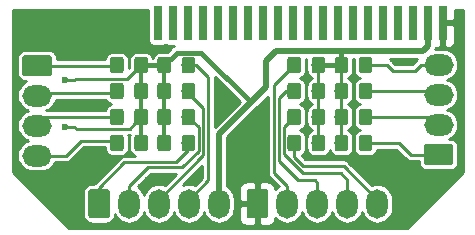
<source format=gbr>
G04 #@! TF.GenerationSoftware,KiCad,Pcbnew,(5.1.4)-1*
G04 #@! TF.CreationDate,2023-01-28T21:19:39+01:00*
G04 #@! TF.ProjectId,SEN-UP1-8xTH,53454e2d-5550-4312-9d38-7854482e6b69,V00.02*
G04 #@! TF.SameCoordinates,Original*
G04 #@! TF.FileFunction,Copper,L1,Top*
G04 #@! TF.FilePolarity,Positive*
%FSLAX46Y46*%
G04 Gerber Fmt 4.6, Leading zero omitted, Abs format (unit mm)*
G04 Created by KiCad (PCBNEW (5.1.4)-1) date 2023-01-28 21:19:39*
%MOMM*%
%LPD*%
G04 APERTURE LIST*
%ADD10O,2.500000X1.800000*%
%ADD11C,0.100000*%
%ADD12C,1.800000*%
%ADD13C,1.150000*%
%ADD14O,1.800000X2.500000*%
%ADD15R,0.800000X3.000000*%
%ADD16C,0.600000*%
%ADD17C,0.250000*%
%ADD18C,0.500000*%
%ADD19C,0.300000*%
%ADD20C,0.400000*%
%ADD21C,0.254000*%
G04 APERTURE END LIST*
D10*
X92500000Y-133420000D03*
X92500000Y-130880000D03*
X92500000Y-128340000D03*
D11*
G36*
X93524324Y-124901205D02*
G01*
X93548612Y-124904808D01*
X93572429Y-124910774D01*
X93595547Y-124919045D01*
X93617743Y-124929543D01*
X93638804Y-124942166D01*
X93658525Y-124956793D01*
X93676718Y-124973282D01*
X93693207Y-124991475D01*
X93707834Y-125011196D01*
X93720457Y-125032257D01*
X93730955Y-125054453D01*
X93739226Y-125077571D01*
X93745192Y-125101388D01*
X93748795Y-125125676D01*
X93750000Y-125150200D01*
X93750000Y-126449800D01*
X93748795Y-126474324D01*
X93745192Y-126498612D01*
X93739226Y-126522429D01*
X93730955Y-126545547D01*
X93720457Y-126567743D01*
X93707834Y-126588804D01*
X93693207Y-126608525D01*
X93676718Y-126626718D01*
X93658525Y-126643207D01*
X93638804Y-126657834D01*
X93617743Y-126670457D01*
X93595547Y-126680955D01*
X93572429Y-126689226D01*
X93548612Y-126695192D01*
X93524324Y-126698795D01*
X93499800Y-126700000D01*
X91500200Y-126700000D01*
X91475676Y-126698795D01*
X91451388Y-126695192D01*
X91427571Y-126689226D01*
X91404453Y-126680955D01*
X91382257Y-126670457D01*
X91361196Y-126657834D01*
X91341475Y-126643207D01*
X91323282Y-126626718D01*
X91306793Y-126608525D01*
X91292166Y-126588804D01*
X91279543Y-126567743D01*
X91269045Y-126545547D01*
X91260774Y-126522429D01*
X91254808Y-126498612D01*
X91251205Y-126474324D01*
X91250000Y-126449800D01*
X91250000Y-125150200D01*
X91251205Y-125125676D01*
X91254808Y-125101388D01*
X91260774Y-125077571D01*
X91269045Y-125054453D01*
X91279543Y-125032257D01*
X91292166Y-125011196D01*
X91306793Y-124991475D01*
X91323282Y-124973282D01*
X91341475Y-124956793D01*
X91361196Y-124942166D01*
X91382257Y-124929543D01*
X91404453Y-124919045D01*
X91427571Y-124910774D01*
X91451388Y-124904808D01*
X91475676Y-124901205D01*
X91500200Y-124900000D01*
X93499800Y-124900000D01*
X93524324Y-124901205D01*
X93524324Y-124901205D01*
G37*
D12*
X92500000Y-125800000D03*
D10*
X126500000Y-125720000D03*
X126500000Y-128260000D03*
X126500000Y-130800000D03*
D11*
G36*
X127524324Y-132441205D02*
G01*
X127548612Y-132444808D01*
X127572429Y-132450774D01*
X127595547Y-132459045D01*
X127617743Y-132469543D01*
X127638804Y-132482166D01*
X127658525Y-132496793D01*
X127676718Y-132513282D01*
X127693207Y-132531475D01*
X127707834Y-132551196D01*
X127720457Y-132572257D01*
X127730955Y-132594453D01*
X127739226Y-132617571D01*
X127745192Y-132641388D01*
X127748795Y-132665676D01*
X127750000Y-132690200D01*
X127750000Y-133989800D01*
X127748795Y-134014324D01*
X127745192Y-134038612D01*
X127739226Y-134062429D01*
X127730955Y-134085547D01*
X127720457Y-134107743D01*
X127707834Y-134128804D01*
X127693207Y-134148525D01*
X127676718Y-134166718D01*
X127658525Y-134183207D01*
X127638804Y-134197834D01*
X127617743Y-134210457D01*
X127595547Y-134220955D01*
X127572429Y-134229226D01*
X127548612Y-134235192D01*
X127524324Y-134238795D01*
X127499800Y-134240000D01*
X125500200Y-134240000D01*
X125475676Y-134238795D01*
X125451388Y-134235192D01*
X125427571Y-134229226D01*
X125404453Y-134220955D01*
X125382257Y-134210457D01*
X125361196Y-134197834D01*
X125341475Y-134183207D01*
X125323282Y-134166718D01*
X125306793Y-134148525D01*
X125292166Y-134128804D01*
X125279543Y-134107743D01*
X125269045Y-134085547D01*
X125260774Y-134062429D01*
X125254808Y-134038612D01*
X125251205Y-134014324D01*
X125250000Y-133989800D01*
X125250000Y-132690200D01*
X125251205Y-132665676D01*
X125254808Y-132641388D01*
X125260774Y-132617571D01*
X125269045Y-132594453D01*
X125279543Y-132572257D01*
X125292166Y-132551196D01*
X125306793Y-132531475D01*
X125323282Y-132513282D01*
X125341475Y-132496793D01*
X125361196Y-132482166D01*
X125382257Y-132469543D01*
X125404453Y-132459045D01*
X125427571Y-132450774D01*
X125451388Y-132444808D01*
X125475676Y-132441205D01*
X125500200Y-132440000D01*
X127499800Y-132440000D01*
X127524324Y-132441205D01*
X127524324Y-132441205D01*
G37*
D12*
X126500000Y-133340000D03*
D11*
G36*
X99614505Y-125061204D02*
G01*
X99638773Y-125064804D01*
X99662572Y-125070765D01*
X99685671Y-125079030D01*
X99707850Y-125089520D01*
X99728893Y-125102132D01*
X99748599Y-125116747D01*
X99766777Y-125133223D01*
X99783253Y-125151401D01*
X99797868Y-125171107D01*
X99810480Y-125192150D01*
X99820970Y-125214329D01*
X99829235Y-125237428D01*
X99835196Y-125261227D01*
X99838796Y-125285495D01*
X99840000Y-125309999D01*
X99840000Y-126210001D01*
X99838796Y-126234505D01*
X99835196Y-126258773D01*
X99829235Y-126282572D01*
X99820970Y-126305671D01*
X99810480Y-126327850D01*
X99797868Y-126348893D01*
X99783253Y-126368599D01*
X99766777Y-126386777D01*
X99748599Y-126403253D01*
X99728893Y-126417868D01*
X99707850Y-126430480D01*
X99685671Y-126440970D01*
X99662572Y-126449235D01*
X99638773Y-126455196D01*
X99614505Y-126458796D01*
X99590001Y-126460000D01*
X98939999Y-126460000D01*
X98915495Y-126458796D01*
X98891227Y-126455196D01*
X98867428Y-126449235D01*
X98844329Y-126440970D01*
X98822150Y-126430480D01*
X98801107Y-126417868D01*
X98781401Y-126403253D01*
X98763223Y-126386777D01*
X98746747Y-126368599D01*
X98732132Y-126348893D01*
X98719520Y-126327850D01*
X98709030Y-126305671D01*
X98700765Y-126282572D01*
X98694804Y-126258773D01*
X98691204Y-126234505D01*
X98690000Y-126210001D01*
X98690000Y-125309999D01*
X98691204Y-125285495D01*
X98694804Y-125261227D01*
X98700765Y-125237428D01*
X98709030Y-125214329D01*
X98719520Y-125192150D01*
X98732132Y-125171107D01*
X98746747Y-125151401D01*
X98763223Y-125133223D01*
X98781401Y-125116747D01*
X98801107Y-125102132D01*
X98822150Y-125089520D01*
X98844329Y-125079030D01*
X98867428Y-125070765D01*
X98891227Y-125064804D01*
X98915495Y-125061204D01*
X98939999Y-125060000D01*
X99590001Y-125060000D01*
X99614505Y-125061204D01*
X99614505Y-125061204D01*
G37*
D13*
X99265000Y-125760000D03*
D11*
G36*
X101664505Y-125061204D02*
G01*
X101688773Y-125064804D01*
X101712572Y-125070765D01*
X101735671Y-125079030D01*
X101757850Y-125089520D01*
X101778893Y-125102132D01*
X101798599Y-125116747D01*
X101816777Y-125133223D01*
X101833253Y-125151401D01*
X101847868Y-125171107D01*
X101860480Y-125192150D01*
X101870970Y-125214329D01*
X101879235Y-125237428D01*
X101885196Y-125261227D01*
X101888796Y-125285495D01*
X101890000Y-125309999D01*
X101890000Y-126210001D01*
X101888796Y-126234505D01*
X101885196Y-126258773D01*
X101879235Y-126282572D01*
X101870970Y-126305671D01*
X101860480Y-126327850D01*
X101847868Y-126348893D01*
X101833253Y-126368599D01*
X101816777Y-126386777D01*
X101798599Y-126403253D01*
X101778893Y-126417868D01*
X101757850Y-126430480D01*
X101735671Y-126440970D01*
X101712572Y-126449235D01*
X101688773Y-126455196D01*
X101664505Y-126458796D01*
X101640001Y-126460000D01*
X100989999Y-126460000D01*
X100965495Y-126458796D01*
X100941227Y-126455196D01*
X100917428Y-126449235D01*
X100894329Y-126440970D01*
X100872150Y-126430480D01*
X100851107Y-126417868D01*
X100831401Y-126403253D01*
X100813223Y-126386777D01*
X100796747Y-126368599D01*
X100782132Y-126348893D01*
X100769520Y-126327850D01*
X100759030Y-126305671D01*
X100750765Y-126282572D01*
X100744804Y-126258773D01*
X100741204Y-126234505D01*
X100740000Y-126210001D01*
X100740000Y-125309999D01*
X100741204Y-125285495D01*
X100744804Y-125261227D01*
X100750765Y-125237428D01*
X100759030Y-125214329D01*
X100769520Y-125192150D01*
X100782132Y-125171107D01*
X100796747Y-125151401D01*
X100813223Y-125133223D01*
X100831401Y-125116747D01*
X100851107Y-125102132D01*
X100872150Y-125089520D01*
X100894329Y-125079030D01*
X100917428Y-125070765D01*
X100941227Y-125064804D01*
X100965495Y-125061204D01*
X100989999Y-125060000D01*
X101640001Y-125060000D01*
X101664505Y-125061204D01*
X101664505Y-125061204D01*
G37*
D13*
X101315000Y-125760000D03*
D11*
G36*
X99614505Y-127261204D02*
G01*
X99638773Y-127264804D01*
X99662572Y-127270765D01*
X99685671Y-127279030D01*
X99707850Y-127289520D01*
X99728893Y-127302132D01*
X99748599Y-127316747D01*
X99766777Y-127333223D01*
X99783253Y-127351401D01*
X99797868Y-127371107D01*
X99810480Y-127392150D01*
X99820970Y-127414329D01*
X99829235Y-127437428D01*
X99835196Y-127461227D01*
X99838796Y-127485495D01*
X99840000Y-127509999D01*
X99840000Y-128410001D01*
X99838796Y-128434505D01*
X99835196Y-128458773D01*
X99829235Y-128482572D01*
X99820970Y-128505671D01*
X99810480Y-128527850D01*
X99797868Y-128548893D01*
X99783253Y-128568599D01*
X99766777Y-128586777D01*
X99748599Y-128603253D01*
X99728893Y-128617868D01*
X99707850Y-128630480D01*
X99685671Y-128640970D01*
X99662572Y-128649235D01*
X99638773Y-128655196D01*
X99614505Y-128658796D01*
X99590001Y-128660000D01*
X98939999Y-128660000D01*
X98915495Y-128658796D01*
X98891227Y-128655196D01*
X98867428Y-128649235D01*
X98844329Y-128640970D01*
X98822150Y-128630480D01*
X98801107Y-128617868D01*
X98781401Y-128603253D01*
X98763223Y-128586777D01*
X98746747Y-128568599D01*
X98732132Y-128548893D01*
X98719520Y-128527850D01*
X98709030Y-128505671D01*
X98700765Y-128482572D01*
X98694804Y-128458773D01*
X98691204Y-128434505D01*
X98690000Y-128410001D01*
X98690000Y-127509999D01*
X98691204Y-127485495D01*
X98694804Y-127461227D01*
X98700765Y-127437428D01*
X98709030Y-127414329D01*
X98719520Y-127392150D01*
X98732132Y-127371107D01*
X98746747Y-127351401D01*
X98763223Y-127333223D01*
X98781401Y-127316747D01*
X98801107Y-127302132D01*
X98822150Y-127289520D01*
X98844329Y-127279030D01*
X98867428Y-127270765D01*
X98891227Y-127264804D01*
X98915495Y-127261204D01*
X98939999Y-127260000D01*
X99590001Y-127260000D01*
X99614505Y-127261204D01*
X99614505Y-127261204D01*
G37*
D13*
X99265000Y-127960000D03*
D11*
G36*
X101664505Y-127261204D02*
G01*
X101688773Y-127264804D01*
X101712572Y-127270765D01*
X101735671Y-127279030D01*
X101757850Y-127289520D01*
X101778893Y-127302132D01*
X101798599Y-127316747D01*
X101816777Y-127333223D01*
X101833253Y-127351401D01*
X101847868Y-127371107D01*
X101860480Y-127392150D01*
X101870970Y-127414329D01*
X101879235Y-127437428D01*
X101885196Y-127461227D01*
X101888796Y-127485495D01*
X101890000Y-127509999D01*
X101890000Y-128410001D01*
X101888796Y-128434505D01*
X101885196Y-128458773D01*
X101879235Y-128482572D01*
X101870970Y-128505671D01*
X101860480Y-128527850D01*
X101847868Y-128548893D01*
X101833253Y-128568599D01*
X101816777Y-128586777D01*
X101798599Y-128603253D01*
X101778893Y-128617868D01*
X101757850Y-128630480D01*
X101735671Y-128640970D01*
X101712572Y-128649235D01*
X101688773Y-128655196D01*
X101664505Y-128658796D01*
X101640001Y-128660000D01*
X100989999Y-128660000D01*
X100965495Y-128658796D01*
X100941227Y-128655196D01*
X100917428Y-128649235D01*
X100894329Y-128640970D01*
X100872150Y-128630480D01*
X100851107Y-128617868D01*
X100831401Y-128603253D01*
X100813223Y-128586777D01*
X100796747Y-128568599D01*
X100782132Y-128548893D01*
X100769520Y-128527850D01*
X100759030Y-128505671D01*
X100750765Y-128482572D01*
X100744804Y-128458773D01*
X100741204Y-128434505D01*
X100740000Y-128410001D01*
X100740000Y-127509999D01*
X100741204Y-127485495D01*
X100744804Y-127461227D01*
X100750765Y-127437428D01*
X100759030Y-127414329D01*
X100769520Y-127392150D01*
X100782132Y-127371107D01*
X100796747Y-127351401D01*
X100813223Y-127333223D01*
X100831401Y-127316747D01*
X100851107Y-127302132D01*
X100872150Y-127289520D01*
X100894329Y-127279030D01*
X100917428Y-127270765D01*
X100941227Y-127264804D01*
X100965495Y-127261204D01*
X100989999Y-127260000D01*
X101640001Y-127260000D01*
X101664505Y-127261204D01*
X101664505Y-127261204D01*
G37*
D13*
X101315000Y-127960000D03*
D11*
G36*
X99614505Y-129461204D02*
G01*
X99638773Y-129464804D01*
X99662572Y-129470765D01*
X99685671Y-129479030D01*
X99707850Y-129489520D01*
X99728893Y-129502132D01*
X99748599Y-129516747D01*
X99766777Y-129533223D01*
X99783253Y-129551401D01*
X99797868Y-129571107D01*
X99810480Y-129592150D01*
X99820970Y-129614329D01*
X99829235Y-129637428D01*
X99835196Y-129661227D01*
X99838796Y-129685495D01*
X99840000Y-129709999D01*
X99840000Y-130610001D01*
X99838796Y-130634505D01*
X99835196Y-130658773D01*
X99829235Y-130682572D01*
X99820970Y-130705671D01*
X99810480Y-130727850D01*
X99797868Y-130748893D01*
X99783253Y-130768599D01*
X99766777Y-130786777D01*
X99748599Y-130803253D01*
X99728893Y-130817868D01*
X99707850Y-130830480D01*
X99685671Y-130840970D01*
X99662572Y-130849235D01*
X99638773Y-130855196D01*
X99614505Y-130858796D01*
X99590001Y-130860000D01*
X98939999Y-130860000D01*
X98915495Y-130858796D01*
X98891227Y-130855196D01*
X98867428Y-130849235D01*
X98844329Y-130840970D01*
X98822150Y-130830480D01*
X98801107Y-130817868D01*
X98781401Y-130803253D01*
X98763223Y-130786777D01*
X98746747Y-130768599D01*
X98732132Y-130748893D01*
X98719520Y-130727850D01*
X98709030Y-130705671D01*
X98700765Y-130682572D01*
X98694804Y-130658773D01*
X98691204Y-130634505D01*
X98690000Y-130610001D01*
X98690000Y-129709999D01*
X98691204Y-129685495D01*
X98694804Y-129661227D01*
X98700765Y-129637428D01*
X98709030Y-129614329D01*
X98719520Y-129592150D01*
X98732132Y-129571107D01*
X98746747Y-129551401D01*
X98763223Y-129533223D01*
X98781401Y-129516747D01*
X98801107Y-129502132D01*
X98822150Y-129489520D01*
X98844329Y-129479030D01*
X98867428Y-129470765D01*
X98891227Y-129464804D01*
X98915495Y-129461204D01*
X98939999Y-129460000D01*
X99590001Y-129460000D01*
X99614505Y-129461204D01*
X99614505Y-129461204D01*
G37*
D13*
X99265000Y-130160000D03*
D11*
G36*
X101664505Y-129461204D02*
G01*
X101688773Y-129464804D01*
X101712572Y-129470765D01*
X101735671Y-129479030D01*
X101757850Y-129489520D01*
X101778893Y-129502132D01*
X101798599Y-129516747D01*
X101816777Y-129533223D01*
X101833253Y-129551401D01*
X101847868Y-129571107D01*
X101860480Y-129592150D01*
X101870970Y-129614329D01*
X101879235Y-129637428D01*
X101885196Y-129661227D01*
X101888796Y-129685495D01*
X101890000Y-129709999D01*
X101890000Y-130610001D01*
X101888796Y-130634505D01*
X101885196Y-130658773D01*
X101879235Y-130682572D01*
X101870970Y-130705671D01*
X101860480Y-130727850D01*
X101847868Y-130748893D01*
X101833253Y-130768599D01*
X101816777Y-130786777D01*
X101798599Y-130803253D01*
X101778893Y-130817868D01*
X101757850Y-130830480D01*
X101735671Y-130840970D01*
X101712572Y-130849235D01*
X101688773Y-130855196D01*
X101664505Y-130858796D01*
X101640001Y-130860000D01*
X100989999Y-130860000D01*
X100965495Y-130858796D01*
X100941227Y-130855196D01*
X100917428Y-130849235D01*
X100894329Y-130840970D01*
X100872150Y-130830480D01*
X100851107Y-130817868D01*
X100831401Y-130803253D01*
X100813223Y-130786777D01*
X100796747Y-130768599D01*
X100782132Y-130748893D01*
X100769520Y-130727850D01*
X100759030Y-130705671D01*
X100750765Y-130682572D01*
X100744804Y-130658773D01*
X100741204Y-130634505D01*
X100740000Y-130610001D01*
X100740000Y-129709999D01*
X100741204Y-129685495D01*
X100744804Y-129661227D01*
X100750765Y-129637428D01*
X100759030Y-129614329D01*
X100769520Y-129592150D01*
X100782132Y-129571107D01*
X100796747Y-129551401D01*
X100813223Y-129533223D01*
X100831401Y-129516747D01*
X100851107Y-129502132D01*
X100872150Y-129489520D01*
X100894329Y-129479030D01*
X100917428Y-129470765D01*
X100941227Y-129464804D01*
X100965495Y-129461204D01*
X100989999Y-129460000D01*
X101640001Y-129460000D01*
X101664505Y-129461204D01*
X101664505Y-129461204D01*
G37*
D13*
X101315000Y-130160000D03*
D11*
G36*
X99614505Y-131661204D02*
G01*
X99638773Y-131664804D01*
X99662572Y-131670765D01*
X99685671Y-131679030D01*
X99707850Y-131689520D01*
X99728893Y-131702132D01*
X99748599Y-131716747D01*
X99766777Y-131733223D01*
X99783253Y-131751401D01*
X99797868Y-131771107D01*
X99810480Y-131792150D01*
X99820970Y-131814329D01*
X99829235Y-131837428D01*
X99835196Y-131861227D01*
X99838796Y-131885495D01*
X99840000Y-131909999D01*
X99840000Y-132810001D01*
X99838796Y-132834505D01*
X99835196Y-132858773D01*
X99829235Y-132882572D01*
X99820970Y-132905671D01*
X99810480Y-132927850D01*
X99797868Y-132948893D01*
X99783253Y-132968599D01*
X99766777Y-132986777D01*
X99748599Y-133003253D01*
X99728893Y-133017868D01*
X99707850Y-133030480D01*
X99685671Y-133040970D01*
X99662572Y-133049235D01*
X99638773Y-133055196D01*
X99614505Y-133058796D01*
X99590001Y-133060000D01*
X98939999Y-133060000D01*
X98915495Y-133058796D01*
X98891227Y-133055196D01*
X98867428Y-133049235D01*
X98844329Y-133040970D01*
X98822150Y-133030480D01*
X98801107Y-133017868D01*
X98781401Y-133003253D01*
X98763223Y-132986777D01*
X98746747Y-132968599D01*
X98732132Y-132948893D01*
X98719520Y-132927850D01*
X98709030Y-132905671D01*
X98700765Y-132882572D01*
X98694804Y-132858773D01*
X98691204Y-132834505D01*
X98690000Y-132810001D01*
X98690000Y-131909999D01*
X98691204Y-131885495D01*
X98694804Y-131861227D01*
X98700765Y-131837428D01*
X98709030Y-131814329D01*
X98719520Y-131792150D01*
X98732132Y-131771107D01*
X98746747Y-131751401D01*
X98763223Y-131733223D01*
X98781401Y-131716747D01*
X98801107Y-131702132D01*
X98822150Y-131689520D01*
X98844329Y-131679030D01*
X98867428Y-131670765D01*
X98891227Y-131664804D01*
X98915495Y-131661204D01*
X98939999Y-131660000D01*
X99590001Y-131660000D01*
X99614505Y-131661204D01*
X99614505Y-131661204D01*
G37*
D13*
X99265000Y-132360000D03*
D11*
G36*
X101664505Y-131661204D02*
G01*
X101688773Y-131664804D01*
X101712572Y-131670765D01*
X101735671Y-131679030D01*
X101757850Y-131689520D01*
X101778893Y-131702132D01*
X101798599Y-131716747D01*
X101816777Y-131733223D01*
X101833253Y-131751401D01*
X101847868Y-131771107D01*
X101860480Y-131792150D01*
X101870970Y-131814329D01*
X101879235Y-131837428D01*
X101885196Y-131861227D01*
X101888796Y-131885495D01*
X101890000Y-131909999D01*
X101890000Y-132810001D01*
X101888796Y-132834505D01*
X101885196Y-132858773D01*
X101879235Y-132882572D01*
X101870970Y-132905671D01*
X101860480Y-132927850D01*
X101847868Y-132948893D01*
X101833253Y-132968599D01*
X101816777Y-132986777D01*
X101798599Y-133003253D01*
X101778893Y-133017868D01*
X101757850Y-133030480D01*
X101735671Y-133040970D01*
X101712572Y-133049235D01*
X101688773Y-133055196D01*
X101664505Y-133058796D01*
X101640001Y-133060000D01*
X100989999Y-133060000D01*
X100965495Y-133058796D01*
X100941227Y-133055196D01*
X100917428Y-133049235D01*
X100894329Y-133040970D01*
X100872150Y-133030480D01*
X100851107Y-133017868D01*
X100831401Y-133003253D01*
X100813223Y-132986777D01*
X100796747Y-132968599D01*
X100782132Y-132948893D01*
X100769520Y-132927850D01*
X100759030Y-132905671D01*
X100750765Y-132882572D01*
X100744804Y-132858773D01*
X100741204Y-132834505D01*
X100740000Y-132810001D01*
X100740000Y-131909999D01*
X100741204Y-131885495D01*
X100744804Y-131861227D01*
X100750765Y-131837428D01*
X100759030Y-131814329D01*
X100769520Y-131792150D01*
X100782132Y-131771107D01*
X100796747Y-131751401D01*
X100813223Y-131733223D01*
X100831401Y-131716747D01*
X100851107Y-131702132D01*
X100872150Y-131689520D01*
X100894329Y-131679030D01*
X100917428Y-131670765D01*
X100941227Y-131664804D01*
X100965495Y-131661204D01*
X100989999Y-131660000D01*
X101640001Y-131660000D01*
X101664505Y-131661204D01*
X101664505Y-131661204D01*
G37*
D13*
X101315000Y-132360000D03*
D11*
G36*
X105664505Y-131661204D02*
G01*
X105688773Y-131664804D01*
X105712572Y-131670765D01*
X105735671Y-131679030D01*
X105757850Y-131689520D01*
X105778893Y-131702132D01*
X105798599Y-131716747D01*
X105816777Y-131733223D01*
X105833253Y-131751401D01*
X105847868Y-131771107D01*
X105860480Y-131792150D01*
X105870970Y-131814329D01*
X105879235Y-131837428D01*
X105885196Y-131861227D01*
X105888796Y-131885495D01*
X105890000Y-131909999D01*
X105890000Y-132810001D01*
X105888796Y-132834505D01*
X105885196Y-132858773D01*
X105879235Y-132882572D01*
X105870970Y-132905671D01*
X105860480Y-132927850D01*
X105847868Y-132948893D01*
X105833253Y-132968599D01*
X105816777Y-132986777D01*
X105798599Y-133003253D01*
X105778893Y-133017868D01*
X105757850Y-133030480D01*
X105735671Y-133040970D01*
X105712572Y-133049235D01*
X105688773Y-133055196D01*
X105664505Y-133058796D01*
X105640001Y-133060000D01*
X104989999Y-133060000D01*
X104965495Y-133058796D01*
X104941227Y-133055196D01*
X104917428Y-133049235D01*
X104894329Y-133040970D01*
X104872150Y-133030480D01*
X104851107Y-133017868D01*
X104831401Y-133003253D01*
X104813223Y-132986777D01*
X104796747Y-132968599D01*
X104782132Y-132948893D01*
X104769520Y-132927850D01*
X104759030Y-132905671D01*
X104750765Y-132882572D01*
X104744804Y-132858773D01*
X104741204Y-132834505D01*
X104740000Y-132810001D01*
X104740000Y-131909999D01*
X104741204Y-131885495D01*
X104744804Y-131861227D01*
X104750765Y-131837428D01*
X104759030Y-131814329D01*
X104769520Y-131792150D01*
X104782132Y-131771107D01*
X104796747Y-131751401D01*
X104813223Y-131733223D01*
X104831401Y-131716747D01*
X104851107Y-131702132D01*
X104872150Y-131689520D01*
X104894329Y-131679030D01*
X104917428Y-131670765D01*
X104941227Y-131664804D01*
X104965495Y-131661204D01*
X104989999Y-131660000D01*
X105640001Y-131660000D01*
X105664505Y-131661204D01*
X105664505Y-131661204D01*
G37*
D13*
X105315000Y-132360000D03*
D11*
G36*
X103614505Y-131661204D02*
G01*
X103638773Y-131664804D01*
X103662572Y-131670765D01*
X103685671Y-131679030D01*
X103707850Y-131689520D01*
X103728893Y-131702132D01*
X103748599Y-131716747D01*
X103766777Y-131733223D01*
X103783253Y-131751401D01*
X103797868Y-131771107D01*
X103810480Y-131792150D01*
X103820970Y-131814329D01*
X103829235Y-131837428D01*
X103835196Y-131861227D01*
X103838796Y-131885495D01*
X103840000Y-131909999D01*
X103840000Y-132810001D01*
X103838796Y-132834505D01*
X103835196Y-132858773D01*
X103829235Y-132882572D01*
X103820970Y-132905671D01*
X103810480Y-132927850D01*
X103797868Y-132948893D01*
X103783253Y-132968599D01*
X103766777Y-132986777D01*
X103748599Y-133003253D01*
X103728893Y-133017868D01*
X103707850Y-133030480D01*
X103685671Y-133040970D01*
X103662572Y-133049235D01*
X103638773Y-133055196D01*
X103614505Y-133058796D01*
X103590001Y-133060000D01*
X102939999Y-133060000D01*
X102915495Y-133058796D01*
X102891227Y-133055196D01*
X102867428Y-133049235D01*
X102844329Y-133040970D01*
X102822150Y-133030480D01*
X102801107Y-133017868D01*
X102781401Y-133003253D01*
X102763223Y-132986777D01*
X102746747Y-132968599D01*
X102732132Y-132948893D01*
X102719520Y-132927850D01*
X102709030Y-132905671D01*
X102700765Y-132882572D01*
X102694804Y-132858773D01*
X102691204Y-132834505D01*
X102690000Y-132810001D01*
X102690000Y-131909999D01*
X102691204Y-131885495D01*
X102694804Y-131861227D01*
X102700765Y-131837428D01*
X102709030Y-131814329D01*
X102719520Y-131792150D01*
X102732132Y-131771107D01*
X102746747Y-131751401D01*
X102763223Y-131733223D01*
X102781401Y-131716747D01*
X102801107Y-131702132D01*
X102822150Y-131689520D01*
X102844329Y-131679030D01*
X102867428Y-131670765D01*
X102891227Y-131664804D01*
X102915495Y-131661204D01*
X102939999Y-131660000D01*
X103590001Y-131660000D01*
X103614505Y-131661204D01*
X103614505Y-131661204D01*
G37*
D13*
X103265000Y-132360000D03*
D11*
G36*
X105664505Y-129461204D02*
G01*
X105688773Y-129464804D01*
X105712572Y-129470765D01*
X105735671Y-129479030D01*
X105757850Y-129489520D01*
X105778893Y-129502132D01*
X105798599Y-129516747D01*
X105816777Y-129533223D01*
X105833253Y-129551401D01*
X105847868Y-129571107D01*
X105860480Y-129592150D01*
X105870970Y-129614329D01*
X105879235Y-129637428D01*
X105885196Y-129661227D01*
X105888796Y-129685495D01*
X105890000Y-129709999D01*
X105890000Y-130610001D01*
X105888796Y-130634505D01*
X105885196Y-130658773D01*
X105879235Y-130682572D01*
X105870970Y-130705671D01*
X105860480Y-130727850D01*
X105847868Y-130748893D01*
X105833253Y-130768599D01*
X105816777Y-130786777D01*
X105798599Y-130803253D01*
X105778893Y-130817868D01*
X105757850Y-130830480D01*
X105735671Y-130840970D01*
X105712572Y-130849235D01*
X105688773Y-130855196D01*
X105664505Y-130858796D01*
X105640001Y-130860000D01*
X104989999Y-130860000D01*
X104965495Y-130858796D01*
X104941227Y-130855196D01*
X104917428Y-130849235D01*
X104894329Y-130840970D01*
X104872150Y-130830480D01*
X104851107Y-130817868D01*
X104831401Y-130803253D01*
X104813223Y-130786777D01*
X104796747Y-130768599D01*
X104782132Y-130748893D01*
X104769520Y-130727850D01*
X104759030Y-130705671D01*
X104750765Y-130682572D01*
X104744804Y-130658773D01*
X104741204Y-130634505D01*
X104740000Y-130610001D01*
X104740000Y-129709999D01*
X104741204Y-129685495D01*
X104744804Y-129661227D01*
X104750765Y-129637428D01*
X104759030Y-129614329D01*
X104769520Y-129592150D01*
X104782132Y-129571107D01*
X104796747Y-129551401D01*
X104813223Y-129533223D01*
X104831401Y-129516747D01*
X104851107Y-129502132D01*
X104872150Y-129489520D01*
X104894329Y-129479030D01*
X104917428Y-129470765D01*
X104941227Y-129464804D01*
X104965495Y-129461204D01*
X104989999Y-129460000D01*
X105640001Y-129460000D01*
X105664505Y-129461204D01*
X105664505Y-129461204D01*
G37*
D13*
X105315000Y-130160000D03*
D11*
G36*
X103614505Y-129461204D02*
G01*
X103638773Y-129464804D01*
X103662572Y-129470765D01*
X103685671Y-129479030D01*
X103707850Y-129489520D01*
X103728893Y-129502132D01*
X103748599Y-129516747D01*
X103766777Y-129533223D01*
X103783253Y-129551401D01*
X103797868Y-129571107D01*
X103810480Y-129592150D01*
X103820970Y-129614329D01*
X103829235Y-129637428D01*
X103835196Y-129661227D01*
X103838796Y-129685495D01*
X103840000Y-129709999D01*
X103840000Y-130610001D01*
X103838796Y-130634505D01*
X103835196Y-130658773D01*
X103829235Y-130682572D01*
X103820970Y-130705671D01*
X103810480Y-130727850D01*
X103797868Y-130748893D01*
X103783253Y-130768599D01*
X103766777Y-130786777D01*
X103748599Y-130803253D01*
X103728893Y-130817868D01*
X103707850Y-130830480D01*
X103685671Y-130840970D01*
X103662572Y-130849235D01*
X103638773Y-130855196D01*
X103614505Y-130858796D01*
X103590001Y-130860000D01*
X102939999Y-130860000D01*
X102915495Y-130858796D01*
X102891227Y-130855196D01*
X102867428Y-130849235D01*
X102844329Y-130840970D01*
X102822150Y-130830480D01*
X102801107Y-130817868D01*
X102781401Y-130803253D01*
X102763223Y-130786777D01*
X102746747Y-130768599D01*
X102732132Y-130748893D01*
X102719520Y-130727850D01*
X102709030Y-130705671D01*
X102700765Y-130682572D01*
X102694804Y-130658773D01*
X102691204Y-130634505D01*
X102690000Y-130610001D01*
X102690000Y-129709999D01*
X102691204Y-129685495D01*
X102694804Y-129661227D01*
X102700765Y-129637428D01*
X102709030Y-129614329D01*
X102719520Y-129592150D01*
X102732132Y-129571107D01*
X102746747Y-129551401D01*
X102763223Y-129533223D01*
X102781401Y-129516747D01*
X102801107Y-129502132D01*
X102822150Y-129489520D01*
X102844329Y-129479030D01*
X102867428Y-129470765D01*
X102891227Y-129464804D01*
X102915495Y-129461204D01*
X102939999Y-129460000D01*
X103590001Y-129460000D01*
X103614505Y-129461204D01*
X103614505Y-129461204D01*
G37*
D13*
X103265000Y-130160000D03*
D11*
G36*
X105664505Y-127261204D02*
G01*
X105688773Y-127264804D01*
X105712572Y-127270765D01*
X105735671Y-127279030D01*
X105757850Y-127289520D01*
X105778893Y-127302132D01*
X105798599Y-127316747D01*
X105816777Y-127333223D01*
X105833253Y-127351401D01*
X105847868Y-127371107D01*
X105860480Y-127392150D01*
X105870970Y-127414329D01*
X105879235Y-127437428D01*
X105885196Y-127461227D01*
X105888796Y-127485495D01*
X105890000Y-127509999D01*
X105890000Y-128410001D01*
X105888796Y-128434505D01*
X105885196Y-128458773D01*
X105879235Y-128482572D01*
X105870970Y-128505671D01*
X105860480Y-128527850D01*
X105847868Y-128548893D01*
X105833253Y-128568599D01*
X105816777Y-128586777D01*
X105798599Y-128603253D01*
X105778893Y-128617868D01*
X105757850Y-128630480D01*
X105735671Y-128640970D01*
X105712572Y-128649235D01*
X105688773Y-128655196D01*
X105664505Y-128658796D01*
X105640001Y-128660000D01*
X104989999Y-128660000D01*
X104965495Y-128658796D01*
X104941227Y-128655196D01*
X104917428Y-128649235D01*
X104894329Y-128640970D01*
X104872150Y-128630480D01*
X104851107Y-128617868D01*
X104831401Y-128603253D01*
X104813223Y-128586777D01*
X104796747Y-128568599D01*
X104782132Y-128548893D01*
X104769520Y-128527850D01*
X104759030Y-128505671D01*
X104750765Y-128482572D01*
X104744804Y-128458773D01*
X104741204Y-128434505D01*
X104740000Y-128410001D01*
X104740000Y-127509999D01*
X104741204Y-127485495D01*
X104744804Y-127461227D01*
X104750765Y-127437428D01*
X104759030Y-127414329D01*
X104769520Y-127392150D01*
X104782132Y-127371107D01*
X104796747Y-127351401D01*
X104813223Y-127333223D01*
X104831401Y-127316747D01*
X104851107Y-127302132D01*
X104872150Y-127289520D01*
X104894329Y-127279030D01*
X104917428Y-127270765D01*
X104941227Y-127264804D01*
X104965495Y-127261204D01*
X104989999Y-127260000D01*
X105640001Y-127260000D01*
X105664505Y-127261204D01*
X105664505Y-127261204D01*
G37*
D13*
X105315000Y-127960000D03*
D11*
G36*
X103614505Y-127261204D02*
G01*
X103638773Y-127264804D01*
X103662572Y-127270765D01*
X103685671Y-127279030D01*
X103707850Y-127289520D01*
X103728893Y-127302132D01*
X103748599Y-127316747D01*
X103766777Y-127333223D01*
X103783253Y-127351401D01*
X103797868Y-127371107D01*
X103810480Y-127392150D01*
X103820970Y-127414329D01*
X103829235Y-127437428D01*
X103835196Y-127461227D01*
X103838796Y-127485495D01*
X103840000Y-127509999D01*
X103840000Y-128410001D01*
X103838796Y-128434505D01*
X103835196Y-128458773D01*
X103829235Y-128482572D01*
X103820970Y-128505671D01*
X103810480Y-128527850D01*
X103797868Y-128548893D01*
X103783253Y-128568599D01*
X103766777Y-128586777D01*
X103748599Y-128603253D01*
X103728893Y-128617868D01*
X103707850Y-128630480D01*
X103685671Y-128640970D01*
X103662572Y-128649235D01*
X103638773Y-128655196D01*
X103614505Y-128658796D01*
X103590001Y-128660000D01*
X102939999Y-128660000D01*
X102915495Y-128658796D01*
X102891227Y-128655196D01*
X102867428Y-128649235D01*
X102844329Y-128640970D01*
X102822150Y-128630480D01*
X102801107Y-128617868D01*
X102781401Y-128603253D01*
X102763223Y-128586777D01*
X102746747Y-128568599D01*
X102732132Y-128548893D01*
X102719520Y-128527850D01*
X102709030Y-128505671D01*
X102700765Y-128482572D01*
X102694804Y-128458773D01*
X102691204Y-128434505D01*
X102690000Y-128410001D01*
X102690000Y-127509999D01*
X102691204Y-127485495D01*
X102694804Y-127461227D01*
X102700765Y-127437428D01*
X102709030Y-127414329D01*
X102719520Y-127392150D01*
X102732132Y-127371107D01*
X102746747Y-127351401D01*
X102763223Y-127333223D01*
X102781401Y-127316747D01*
X102801107Y-127302132D01*
X102822150Y-127289520D01*
X102844329Y-127279030D01*
X102867428Y-127270765D01*
X102891227Y-127264804D01*
X102915495Y-127261204D01*
X102939999Y-127260000D01*
X103590001Y-127260000D01*
X103614505Y-127261204D01*
X103614505Y-127261204D01*
G37*
D13*
X103265000Y-127960000D03*
D11*
G36*
X105664505Y-125061204D02*
G01*
X105688773Y-125064804D01*
X105712572Y-125070765D01*
X105735671Y-125079030D01*
X105757850Y-125089520D01*
X105778893Y-125102132D01*
X105798599Y-125116747D01*
X105816777Y-125133223D01*
X105833253Y-125151401D01*
X105847868Y-125171107D01*
X105860480Y-125192150D01*
X105870970Y-125214329D01*
X105879235Y-125237428D01*
X105885196Y-125261227D01*
X105888796Y-125285495D01*
X105890000Y-125309999D01*
X105890000Y-126210001D01*
X105888796Y-126234505D01*
X105885196Y-126258773D01*
X105879235Y-126282572D01*
X105870970Y-126305671D01*
X105860480Y-126327850D01*
X105847868Y-126348893D01*
X105833253Y-126368599D01*
X105816777Y-126386777D01*
X105798599Y-126403253D01*
X105778893Y-126417868D01*
X105757850Y-126430480D01*
X105735671Y-126440970D01*
X105712572Y-126449235D01*
X105688773Y-126455196D01*
X105664505Y-126458796D01*
X105640001Y-126460000D01*
X104989999Y-126460000D01*
X104965495Y-126458796D01*
X104941227Y-126455196D01*
X104917428Y-126449235D01*
X104894329Y-126440970D01*
X104872150Y-126430480D01*
X104851107Y-126417868D01*
X104831401Y-126403253D01*
X104813223Y-126386777D01*
X104796747Y-126368599D01*
X104782132Y-126348893D01*
X104769520Y-126327850D01*
X104759030Y-126305671D01*
X104750765Y-126282572D01*
X104744804Y-126258773D01*
X104741204Y-126234505D01*
X104740000Y-126210001D01*
X104740000Y-125309999D01*
X104741204Y-125285495D01*
X104744804Y-125261227D01*
X104750765Y-125237428D01*
X104759030Y-125214329D01*
X104769520Y-125192150D01*
X104782132Y-125171107D01*
X104796747Y-125151401D01*
X104813223Y-125133223D01*
X104831401Y-125116747D01*
X104851107Y-125102132D01*
X104872150Y-125089520D01*
X104894329Y-125079030D01*
X104917428Y-125070765D01*
X104941227Y-125064804D01*
X104965495Y-125061204D01*
X104989999Y-125060000D01*
X105640001Y-125060000D01*
X105664505Y-125061204D01*
X105664505Y-125061204D01*
G37*
D13*
X105315000Y-125760000D03*
D11*
G36*
X103614505Y-125061204D02*
G01*
X103638773Y-125064804D01*
X103662572Y-125070765D01*
X103685671Y-125079030D01*
X103707850Y-125089520D01*
X103728893Y-125102132D01*
X103748599Y-125116747D01*
X103766777Y-125133223D01*
X103783253Y-125151401D01*
X103797868Y-125171107D01*
X103810480Y-125192150D01*
X103820970Y-125214329D01*
X103829235Y-125237428D01*
X103835196Y-125261227D01*
X103838796Y-125285495D01*
X103840000Y-125309999D01*
X103840000Y-126210001D01*
X103838796Y-126234505D01*
X103835196Y-126258773D01*
X103829235Y-126282572D01*
X103820970Y-126305671D01*
X103810480Y-126327850D01*
X103797868Y-126348893D01*
X103783253Y-126368599D01*
X103766777Y-126386777D01*
X103748599Y-126403253D01*
X103728893Y-126417868D01*
X103707850Y-126430480D01*
X103685671Y-126440970D01*
X103662572Y-126449235D01*
X103638773Y-126455196D01*
X103614505Y-126458796D01*
X103590001Y-126460000D01*
X102939999Y-126460000D01*
X102915495Y-126458796D01*
X102891227Y-126455196D01*
X102867428Y-126449235D01*
X102844329Y-126440970D01*
X102822150Y-126430480D01*
X102801107Y-126417868D01*
X102781401Y-126403253D01*
X102763223Y-126386777D01*
X102746747Y-126368599D01*
X102732132Y-126348893D01*
X102719520Y-126327850D01*
X102709030Y-126305671D01*
X102700765Y-126282572D01*
X102694804Y-126258773D01*
X102691204Y-126234505D01*
X102690000Y-126210001D01*
X102690000Y-125309999D01*
X102691204Y-125285495D01*
X102694804Y-125261227D01*
X102700765Y-125237428D01*
X102709030Y-125214329D01*
X102719520Y-125192150D01*
X102732132Y-125171107D01*
X102746747Y-125151401D01*
X102763223Y-125133223D01*
X102781401Y-125116747D01*
X102801107Y-125102132D01*
X102822150Y-125089520D01*
X102844329Y-125079030D01*
X102867428Y-125070765D01*
X102891227Y-125064804D01*
X102915495Y-125061204D01*
X102939999Y-125060000D01*
X103590001Y-125060000D01*
X103614505Y-125061204D01*
X103614505Y-125061204D01*
G37*
D13*
X103265000Y-125760000D03*
D11*
G36*
X114614505Y-125061204D02*
G01*
X114638773Y-125064804D01*
X114662572Y-125070765D01*
X114685671Y-125079030D01*
X114707850Y-125089520D01*
X114728893Y-125102132D01*
X114748599Y-125116747D01*
X114766777Y-125133223D01*
X114783253Y-125151401D01*
X114797868Y-125171107D01*
X114810480Y-125192150D01*
X114820970Y-125214329D01*
X114829235Y-125237428D01*
X114835196Y-125261227D01*
X114838796Y-125285495D01*
X114840000Y-125309999D01*
X114840000Y-126210001D01*
X114838796Y-126234505D01*
X114835196Y-126258773D01*
X114829235Y-126282572D01*
X114820970Y-126305671D01*
X114810480Y-126327850D01*
X114797868Y-126348893D01*
X114783253Y-126368599D01*
X114766777Y-126386777D01*
X114748599Y-126403253D01*
X114728893Y-126417868D01*
X114707850Y-126430480D01*
X114685671Y-126440970D01*
X114662572Y-126449235D01*
X114638773Y-126455196D01*
X114614505Y-126458796D01*
X114590001Y-126460000D01*
X113939999Y-126460000D01*
X113915495Y-126458796D01*
X113891227Y-126455196D01*
X113867428Y-126449235D01*
X113844329Y-126440970D01*
X113822150Y-126430480D01*
X113801107Y-126417868D01*
X113781401Y-126403253D01*
X113763223Y-126386777D01*
X113746747Y-126368599D01*
X113732132Y-126348893D01*
X113719520Y-126327850D01*
X113709030Y-126305671D01*
X113700765Y-126282572D01*
X113694804Y-126258773D01*
X113691204Y-126234505D01*
X113690000Y-126210001D01*
X113690000Y-125309999D01*
X113691204Y-125285495D01*
X113694804Y-125261227D01*
X113700765Y-125237428D01*
X113709030Y-125214329D01*
X113719520Y-125192150D01*
X113732132Y-125171107D01*
X113746747Y-125151401D01*
X113763223Y-125133223D01*
X113781401Y-125116747D01*
X113801107Y-125102132D01*
X113822150Y-125089520D01*
X113844329Y-125079030D01*
X113867428Y-125070765D01*
X113891227Y-125064804D01*
X113915495Y-125061204D01*
X113939999Y-125060000D01*
X114590001Y-125060000D01*
X114614505Y-125061204D01*
X114614505Y-125061204D01*
G37*
D13*
X114265000Y-125760000D03*
D11*
G36*
X116664505Y-125061204D02*
G01*
X116688773Y-125064804D01*
X116712572Y-125070765D01*
X116735671Y-125079030D01*
X116757850Y-125089520D01*
X116778893Y-125102132D01*
X116798599Y-125116747D01*
X116816777Y-125133223D01*
X116833253Y-125151401D01*
X116847868Y-125171107D01*
X116860480Y-125192150D01*
X116870970Y-125214329D01*
X116879235Y-125237428D01*
X116885196Y-125261227D01*
X116888796Y-125285495D01*
X116890000Y-125309999D01*
X116890000Y-126210001D01*
X116888796Y-126234505D01*
X116885196Y-126258773D01*
X116879235Y-126282572D01*
X116870970Y-126305671D01*
X116860480Y-126327850D01*
X116847868Y-126348893D01*
X116833253Y-126368599D01*
X116816777Y-126386777D01*
X116798599Y-126403253D01*
X116778893Y-126417868D01*
X116757850Y-126430480D01*
X116735671Y-126440970D01*
X116712572Y-126449235D01*
X116688773Y-126455196D01*
X116664505Y-126458796D01*
X116640001Y-126460000D01*
X115989999Y-126460000D01*
X115965495Y-126458796D01*
X115941227Y-126455196D01*
X115917428Y-126449235D01*
X115894329Y-126440970D01*
X115872150Y-126430480D01*
X115851107Y-126417868D01*
X115831401Y-126403253D01*
X115813223Y-126386777D01*
X115796747Y-126368599D01*
X115782132Y-126348893D01*
X115769520Y-126327850D01*
X115759030Y-126305671D01*
X115750765Y-126282572D01*
X115744804Y-126258773D01*
X115741204Y-126234505D01*
X115740000Y-126210001D01*
X115740000Y-125309999D01*
X115741204Y-125285495D01*
X115744804Y-125261227D01*
X115750765Y-125237428D01*
X115759030Y-125214329D01*
X115769520Y-125192150D01*
X115782132Y-125171107D01*
X115796747Y-125151401D01*
X115813223Y-125133223D01*
X115831401Y-125116747D01*
X115851107Y-125102132D01*
X115872150Y-125089520D01*
X115894329Y-125079030D01*
X115917428Y-125070765D01*
X115941227Y-125064804D01*
X115965495Y-125061204D01*
X115989999Y-125060000D01*
X116640001Y-125060000D01*
X116664505Y-125061204D01*
X116664505Y-125061204D01*
G37*
D13*
X116315000Y-125760000D03*
D11*
G36*
X114614505Y-127261204D02*
G01*
X114638773Y-127264804D01*
X114662572Y-127270765D01*
X114685671Y-127279030D01*
X114707850Y-127289520D01*
X114728893Y-127302132D01*
X114748599Y-127316747D01*
X114766777Y-127333223D01*
X114783253Y-127351401D01*
X114797868Y-127371107D01*
X114810480Y-127392150D01*
X114820970Y-127414329D01*
X114829235Y-127437428D01*
X114835196Y-127461227D01*
X114838796Y-127485495D01*
X114840000Y-127509999D01*
X114840000Y-128410001D01*
X114838796Y-128434505D01*
X114835196Y-128458773D01*
X114829235Y-128482572D01*
X114820970Y-128505671D01*
X114810480Y-128527850D01*
X114797868Y-128548893D01*
X114783253Y-128568599D01*
X114766777Y-128586777D01*
X114748599Y-128603253D01*
X114728893Y-128617868D01*
X114707850Y-128630480D01*
X114685671Y-128640970D01*
X114662572Y-128649235D01*
X114638773Y-128655196D01*
X114614505Y-128658796D01*
X114590001Y-128660000D01*
X113939999Y-128660000D01*
X113915495Y-128658796D01*
X113891227Y-128655196D01*
X113867428Y-128649235D01*
X113844329Y-128640970D01*
X113822150Y-128630480D01*
X113801107Y-128617868D01*
X113781401Y-128603253D01*
X113763223Y-128586777D01*
X113746747Y-128568599D01*
X113732132Y-128548893D01*
X113719520Y-128527850D01*
X113709030Y-128505671D01*
X113700765Y-128482572D01*
X113694804Y-128458773D01*
X113691204Y-128434505D01*
X113690000Y-128410001D01*
X113690000Y-127509999D01*
X113691204Y-127485495D01*
X113694804Y-127461227D01*
X113700765Y-127437428D01*
X113709030Y-127414329D01*
X113719520Y-127392150D01*
X113732132Y-127371107D01*
X113746747Y-127351401D01*
X113763223Y-127333223D01*
X113781401Y-127316747D01*
X113801107Y-127302132D01*
X113822150Y-127289520D01*
X113844329Y-127279030D01*
X113867428Y-127270765D01*
X113891227Y-127264804D01*
X113915495Y-127261204D01*
X113939999Y-127260000D01*
X114590001Y-127260000D01*
X114614505Y-127261204D01*
X114614505Y-127261204D01*
G37*
D13*
X114265000Y-127960000D03*
D11*
G36*
X116664505Y-127261204D02*
G01*
X116688773Y-127264804D01*
X116712572Y-127270765D01*
X116735671Y-127279030D01*
X116757850Y-127289520D01*
X116778893Y-127302132D01*
X116798599Y-127316747D01*
X116816777Y-127333223D01*
X116833253Y-127351401D01*
X116847868Y-127371107D01*
X116860480Y-127392150D01*
X116870970Y-127414329D01*
X116879235Y-127437428D01*
X116885196Y-127461227D01*
X116888796Y-127485495D01*
X116890000Y-127509999D01*
X116890000Y-128410001D01*
X116888796Y-128434505D01*
X116885196Y-128458773D01*
X116879235Y-128482572D01*
X116870970Y-128505671D01*
X116860480Y-128527850D01*
X116847868Y-128548893D01*
X116833253Y-128568599D01*
X116816777Y-128586777D01*
X116798599Y-128603253D01*
X116778893Y-128617868D01*
X116757850Y-128630480D01*
X116735671Y-128640970D01*
X116712572Y-128649235D01*
X116688773Y-128655196D01*
X116664505Y-128658796D01*
X116640001Y-128660000D01*
X115989999Y-128660000D01*
X115965495Y-128658796D01*
X115941227Y-128655196D01*
X115917428Y-128649235D01*
X115894329Y-128640970D01*
X115872150Y-128630480D01*
X115851107Y-128617868D01*
X115831401Y-128603253D01*
X115813223Y-128586777D01*
X115796747Y-128568599D01*
X115782132Y-128548893D01*
X115769520Y-128527850D01*
X115759030Y-128505671D01*
X115750765Y-128482572D01*
X115744804Y-128458773D01*
X115741204Y-128434505D01*
X115740000Y-128410001D01*
X115740000Y-127509999D01*
X115741204Y-127485495D01*
X115744804Y-127461227D01*
X115750765Y-127437428D01*
X115759030Y-127414329D01*
X115769520Y-127392150D01*
X115782132Y-127371107D01*
X115796747Y-127351401D01*
X115813223Y-127333223D01*
X115831401Y-127316747D01*
X115851107Y-127302132D01*
X115872150Y-127289520D01*
X115894329Y-127279030D01*
X115917428Y-127270765D01*
X115941227Y-127264804D01*
X115965495Y-127261204D01*
X115989999Y-127260000D01*
X116640001Y-127260000D01*
X116664505Y-127261204D01*
X116664505Y-127261204D01*
G37*
D13*
X116315000Y-127960000D03*
D11*
G36*
X114614505Y-129461204D02*
G01*
X114638773Y-129464804D01*
X114662572Y-129470765D01*
X114685671Y-129479030D01*
X114707850Y-129489520D01*
X114728893Y-129502132D01*
X114748599Y-129516747D01*
X114766777Y-129533223D01*
X114783253Y-129551401D01*
X114797868Y-129571107D01*
X114810480Y-129592150D01*
X114820970Y-129614329D01*
X114829235Y-129637428D01*
X114835196Y-129661227D01*
X114838796Y-129685495D01*
X114840000Y-129709999D01*
X114840000Y-130610001D01*
X114838796Y-130634505D01*
X114835196Y-130658773D01*
X114829235Y-130682572D01*
X114820970Y-130705671D01*
X114810480Y-130727850D01*
X114797868Y-130748893D01*
X114783253Y-130768599D01*
X114766777Y-130786777D01*
X114748599Y-130803253D01*
X114728893Y-130817868D01*
X114707850Y-130830480D01*
X114685671Y-130840970D01*
X114662572Y-130849235D01*
X114638773Y-130855196D01*
X114614505Y-130858796D01*
X114590001Y-130860000D01*
X113939999Y-130860000D01*
X113915495Y-130858796D01*
X113891227Y-130855196D01*
X113867428Y-130849235D01*
X113844329Y-130840970D01*
X113822150Y-130830480D01*
X113801107Y-130817868D01*
X113781401Y-130803253D01*
X113763223Y-130786777D01*
X113746747Y-130768599D01*
X113732132Y-130748893D01*
X113719520Y-130727850D01*
X113709030Y-130705671D01*
X113700765Y-130682572D01*
X113694804Y-130658773D01*
X113691204Y-130634505D01*
X113690000Y-130610001D01*
X113690000Y-129709999D01*
X113691204Y-129685495D01*
X113694804Y-129661227D01*
X113700765Y-129637428D01*
X113709030Y-129614329D01*
X113719520Y-129592150D01*
X113732132Y-129571107D01*
X113746747Y-129551401D01*
X113763223Y-129533223D01*
X113781401Y-129516747D01*
X113801107Y-129502132D01*
X113822150Y-129489520D01*
X113844329Y-129479030D01*
X113867428Y-129470765D01*
X113891227Y-129464804D01*
X113915495Y-129461204D01*
X113939999Y-129460000D01*
X114590001Y-129460000D01*
X114614505Y-129461204D01*
X114614505Y-129461204D01*
G37*
D13*
X114265000Y-130160000D03*
D11*
G36*
X116664505Y-129461204D02*
G01*
X116688773Y-129464804D01*
X116712572Y-129470765D01*
X116735671Y-129479030D01*
X116757850Y-129489520D01*
X116778893Y-129502132D01*
X116798599Y-129516747D01*
X116816777Y-129533223D01*
X116833253Y-129551401D01*
X116847868Y-129571107D01*
X116860480Y-129592150D01*
X116870970Y-129614329D01*
X116879235Y-129637428D01*
X116885196Y-129661227D01*
X116888796Y-129685495D01*
X116890000Y-129709999D01*
X116890000Y-130610001D01*
X116888796Y-130634505D01*
X116885196Y-130658773D01*
X116879235Y-130682572D01*
X116870970Y-130705671D01*
X116860480Y-130727850D01*
X116847868Y-130748893D01*
X116833253Y-130768599D01*
X116816777Y-130786777D01*
X116798599Y-130803253D01*
X116778893Y-130817868D01*
X116757850Y-130830480D01*
X116735671Y-130840970D01*
X116712572Y-130849235D01*
X116688773Y-130855196D01*
X116664505Y-130858796D01*
X116640001Y-130860000D01*
X115989999Y-130860000D01*
X115965495Y-130858796D01*
X115941227Y-130855196D01*
X115917428Y-130849235D01*
X115894329Y-130840970D01*
X115872150Y-130830480D01*
X115851107Y-130817868D01*
X115831401Y-130803253D01*
X115813223Y-130786777D01*
X115796747Y-130768599D01*
X115782132Y-130748893D01*
X115769520Y-130727850D01*
X115759030Y-130705671D01*
X115750765Y-130682572D01*
X115744804Y-130658773D01*
X115741204Y-130634505D01*
X115740000Y-130610001D01*
X115740000Y-129709999D01*
X115741204Y-129685495D01*
X115744804Y-129661227D01*
X115750765Y-129637428D01*
X115759030Y-129614329D01*
X115769520Y-129592150D01*
X115782132Y-129571107D01*
X115796747Y-129551401D01*
X115813223Y-129533223D01*
X115831401Y-129516747D01*
X115851107Y-129502132D01*
X115872150Y-129489520D01*
X115894329Y-129479030D01*
X115917428Y-129470765D01*
X115941227Y-129464804D01*
X115965495Y-129461204D01*
X115989999Y-129460000D01*
X116640001Y-129460000D01*
X116664505Y-129461204D01*
X116664505Y-129461204D01*
G37*
D13*
X116315000Y-130160000D03*
D11*
G36*
X114614505Y-131661204D02*
G01*
X114638773Y-131664804D01*
X114662572Y-131670765D01*
X114685671Y-131679030D01*
X114707850Y-131689520D01*
X114728893Y-131702132D01*
X114748599Y-131716747D01*
X114766777Y-131733223D01*
X114783253Y-131751401D01*
X114797868Y-131771107D01*
X114810480Y-131792150D01*
X114820970Y-131814329D01*
X114829235Y-131837428D01*
X114835196Y-131861227D01*
X114838796Y-131885495D01*
X114840000Y-131909999D01*
X114840000Y-132810001D01*
X114838796Y-132834505D01*
X114835196Y-132858773D01*
X114829235Y-132882572D01*
X114820970Y-132905671D01*
X114810480Y-132927850D01*
X114797868Y-132948893D01*
X114783253Y-132968599D01*
X114766777Y-132986777D01*
X114748599Y-133003253D01*
X114728893Y-133017868D01*
X114707850Y-133030480D01*
X114685671Y-133040970D01*
X114662572Y-133049235D01*
X114638773Y-133055196D01*
X114614505Y-133058796D01*
X114590001Y-133060000D01*
X113939999Y-133060000D01*
X113915495Y-133058796D01*
X113891227Y-133055196D01*
X113867428Y-133049235D01*
X113844329Y-133040970D01*
X113822150Y-133030480D01*
X113801107Y-133017868D01*
X113781401Y-133003253D01*
X113763223Y-132986777D01*
X113746747Y-132968599D01*
X113732132Y-132948893D01*
X113719520Y-132927850D01*
X113709030Y-132905671D01*
X113700765Y-132882572D01*
X113694804Y-132858773D01*
X113691204Y-132834505D01*
X113690000Y-132810001D01*
X113690000Y-131909999D01*
X113691204Y-131885495D01*
X113694804Y-131861227D01*
X113700765Y-131837428D01*
X113709030Y-131814329D01*
X113719520Y-131792150D01*
X113732132Y-131771107D01*
X113746747Y-131751401D01*
X113763223Y-131733223D01*
X113781401Y-131716747D01*
X113801107Y-131702132D01*
X113822150Y-131689520D01*
X113844329Y-131679030D01*
X113867428Y-131670765D01*
X113891227Y-131664804D01*
X113915495Y-131661204D01*
X113939999Y-131660000D01*
X114590001Y-131660000D01*
X114614505Y-131661204D01*
X114614505Y-131661204D01*
G37*
D13*
X114265000Y-132360000D03*
D11*
G36*
X116664505Y-131661204D02*
G01*
X116688773Y-131664804D01*
X116712572Y-131670765D01*
X116735671Y-131679030D01*
X116757850Y-131689520D01*
X116778893Y-131702132D01*
X116798599Y-131716747D01*
X116816777Y-131733223D01*
X116833253Y-131751401D01*
X116847868Y-131771107D01*
X116860480Y-131792150D01*
X116870970Y-131814329D01*
X116879235Y-131837428D01*
X116885196Y-131861227D01*
X116888796Y-131885495D01*
X116890000Y-131909999D01*
X116890000Y-132810001D01*
X116888796Y-132834505D01*
X116885196Y-132858773D01*
X116879235Y-132882572D01*
X116870970Y-132905671D01*
X116860480Y-132927850D01*
X116847868Y-132948893D01*
X116833253Y-132968599D01*
X116816777Y-132986777D01*
X116798599Y-133003253D01*
X116778893Y-133017868D01*
X116757850Y-133030480D01*
X116735671Y-133040970D01*
X116712572Y-133049235D01*
X116688773Y-133055196D01*
X116664505Y-133058796D01*
X116640001Y-133060000D01*
X115989999Y-133060000D01*
X115965495Y-133058796D01*
X115941227Y-133055196D01*
X115917428Y-133049235D01*
X115894329Y-133040970D01*
X115872150Y-133030480D01*
X115851107Y-133017868D01*
X115831401Y-133003253D01*
X115813223Y-132986777D01*
X115796747Y-132968599D01*
X115782132Y-132948893D01*
X115769520Y-132927850D01*
X115759030Y-132905671D01*
X115750765Y-132882572D01*
X115744804Y-132858773D01*
X115741204Y-132834505D01*
X115740000Y-132810001D01*
X115740000Y-131909999D01*
X115741204Y-131885495D01*
X115744804Y-131861227D01*
X115750765Y-131837428D01*
X115759030Y-131814329D01*
X115769520Y-131792150D01*
X115782132Y-131771107D01*
X115796747Y-131751401D01*
X115813223Y-131733223D01*
X115831401Y-131716747D01*
X115851107Y-131702132D01*
X115872150Y-131689520D01*
X115894329Y-131679030D01*
X115917428Y-131670765D01*
X115941227Y-131664804D01*
X115965495Y-131661204D01*
X115989999Y-131660000D01*
X116640001Y-131660000D01*
X116664505Y-131661204D01*
X116664505Y-131661204D01*
G37*
D13*
X116315000Y-132360000D03*
D11*
G36*
X120664505Y-131661204D02*
G01*
X120688773Y-131664804D01*
X120712572Y-131670765D01*
X120735671Y-131679030D01*
X120757850Y-131689520D01*
X120778893Y-131702132D01*
X120798599Y-131716747D01*
X120816777Y-131733223D01*
X120833253Y-131751401D01*
X120847868Y-131771107D01*
X120860480Y-131792150D01*
X120870970Y-131814329D01*
X120879235Y-131837428D01*
X120885196Y-131861227D01*
X120888796Y-131885495D01*
X120890000Y-131909999D01*
X120890000Y-132810001D01*
X120888796Y-132834505D01*
X120885196Y-132858773D01*
X120879235Y-132882572D01*
X120870970Y-132905671D01*
X120860480Y-132927850D01*
X120847868Y-132948893D01*
X120833253Y-132968599D01*
X120816777Y-132986777D01*
X120798599Y-133003253D01*
X120778893Y-133017868D01*
X120757850Y-133030480D01*
X120735671Y-133040970D01*
X120712572Y-133049235D01*
X120688773Y-133055196D01*
X120664505Y-133058796D01*
X120640001Y-133060000D01*
X119989999Y-133060000D01*
X119965495Y-133058796D01*
X119941227Y-133055196D01*
X119917428Y-133049235D01*
X119894329Y-133040970D01*
X119872150Y-133030480D01*
X119851107Y-133017868D01*
X119831401Y-133003253D01*
X119813223Y-132986777D01*
X119796747Y-132968599D01*
X119782132Y-132948893D01*
X119769520Y-132927850D01*
X119759030Y-132905671D01*
X119750765Y-132882572D01*
X119744804Y-132858773D01*
X119741204Y-132834505D01*
X119740000Y-132810001D01*
X119740000Y-131909999D01*
X119741204Y-131885495D01*
X119744804Y-131861227D01*
X119750765Y-131837428D01*
X119759030Y-131814329D01*
X119769520Y-131792150D01*
X119782132Y-131771107D01*
X119796747Y-131751401D01*
X119813223Y-131733223D01*
X119831401Y-131716747D01*
X119851107Y-131702132D01*
X119872150Y-131689520D01*
X119894329Y-131679030D01*
X119917428Y-131670765D01*
X119941227Y-131664804D01*
X119965495Y-131661204D01*
X119989999Y-131660000D01*
X120640001Y-131660000D01*
X120664505Y-131661204D01*
X120664505Y-131661204D01*
G37*
D13*
X120315000Y-132360000D03*
D11*
G36*
X118614505Y-131661204D02*
G01*
X118638773Y-131664804D01*
X118662572Y-131670765D01*
X118685671Y-131679030D01*
X118707850Y-131689520D01*
X118728893Y-131702132D01*
X118748599Y-131716747D01*
X118766777Y-131733223D01*
X118783253Y-131751401D01*
X118797868Y-131771107D01*
X118810480Y-131792150D01*
X118820970Y-131814329D01*
X118829235Y-131837428D01*
X118835196Y-131861227D01*
X118838796Y-131885495D01*
X118840000Y-131909999D01*
X118840000Y-132810001D01*
X118838796Y-132834505D01*
X118835196Y-132858773D01*
X118829235Y-132882572D01*
X118820970Y-132905671D01*
X118810480Y-132927850D01*
X118797868Y-132948893D01*
X118783253Y-132968599D01*
X118766777Y-132986777D01*
X118748599Y-133003253D01*
X118728893Y-133017868D01*
X118707850Y-133030480D01*
X118685671Y-133040970D01*
X118662572Y-133049235D01*
X118638773Y-133055196D01*
X118614505Y-133058796D01*
X118590001Y-133060000D01*
X117939999Y-133060000D01*
X117915495Y-133058796D01*
X117891227Y-133055196D01*
X117867428Y-133049235D01*
X117844329Y-133040970D01*
X117822150Y-133030480D01*
X117801107Y-133017868D01*
X117781401Y-133003253D01*
X117763223Y-132986777D01*
X117746747Y-132968599D01*
X117732132Y-132948893D01*
X117719520Y-132927850D01*
X117709030Y-132905671D01*
X117700765Y-132882572D01*
X117694804Y-132858773D01*
X117691204Y-132834505D01*
X117690000Y-132810001D01*
X117690000Y-131909999D01*
X117691204Y-131885495D01*
X117694804Y-131861227D01*
X117700765Y-131837428D01*
X117709030Y-131814329D01*
X117719520Y-131792150D01*
X117732132Y-131771107D01*
X117746747Y-131751401D01*
X117763223Y-131733223D01*
X117781401Y-131716747D01*
X117801107Y-131702132D01*
X117822150Y-131689520D01*
X117844329Y-131679030D01*
X117867428Y-131670765D01*
X117891227Y-131664804D01*
X117915495Y-131661204D01*
X117939999Y-131660000D01*
X118590001Y-131660000D01*
X118614505Y-131661204D01*
X118614505Y-131661204D01*
G37*
D13*
X118265000Y-132360000D03*
D11*
G36*
X120664505Y-129461204D02*
G01*
X120688773Y-129464804D01*
X120712572Y-129470765D01*
X120735671Y-129479030D01*
X120757850Y-129489520D01*
X120778893Y-129502132D01*
X120798599Y-129516747D01*
X120816777Y-129533223D01*
X120833253Y-129551401D01*
X120847868Y-129571107D01*
X120860480Y-129592150D01*
X120870970Y-129614329D01*
X120879235Y-129637428D01*
X120885196Y-129661227D01*
X120888796Y-129685495D01*
X120890000Y-129709999D01*
X120890000Y-130610001D01*
X120888796Y-130634505D01*
X120885196Y-130658773D01*
X120879235Y-130682572D01*
X120870970Y-130705671D01*
X120860480Y-130727850D01*
X120847868Y-130748893D01*
X120833253Y-130768599D01*
X120816777Y-130786777D01*
X120798599Y-130803253D01*
X120778893Y-130817868D01*
X120757850Y-130830480D01*
X120735671Y-130840970D01*
X120712572Y-130849235D01*
X120688773Y-130855196D01*
X120664505Y-130858796D01*
X120640001Y-130860000D01*
X119989999Y-130860000D01*
X119965495Y-130858796D01*
X119941227Y-130855196D01*
X119917428Y-130849235D01*
X119894329Y-130840970D01*
X119872150Y-130830480D01*
X119851107Y-130817868D01*
X119831401Y-130803253D01*
X119813223Y-130786777D01*
X119796747Y-130768599D01*
X119782132Y-130748893D01*
X119769520Y-130727850D01*
X119759030Y-130705671D01*
X119750765Y-130682572D01*
X119744804Y-130658773D01*
X119741204Y-130634505D01*
X119740000Y-130610001D01*
X119740000Y-129709999D01*
X119741204Y-129685495D01*
X119744804Y-129661227D01*
X119750765Y-129637428D01*
X119759030Y-129614329D01*
X119769520Y-129592150D01*
X119782132Y-129571107D01*
X119796747Y-129551401D01*
X119813223Y-129533223D01*
X119831401Y-129516747D01*
X119851107Y-129502132D01*
X119872150Y-129489520D01*
X119894329Y-129479030D01*
X119917428Y-129470765D01*
X119941227Y-129464804D01*
X119965495Y-129461204D01*
X119989999Y-129460000D01*
X120640001Y-129460000D01*
X120664505Y-129461204D01*
X120664505Y-129461204D01*
G37*
D13*
X120315000Y-130160000D03*
D11*
G36*
X118614505Y-129461204D02*
G01*
X118638773Y-129464804D01*
X118662572Y-129470765D01*
X118685671Y-129479030D01*
X118707850Y-129489520D01*
X118728893Y-129502132D01*
X118748599Y-129516747D01*
X118766777Y-129533223D01*
X118783253Y-129551401D01*
X118797868Y-129571107D01*
X118810480Y-129592150D01*
X118820970Y-129614329D01*
X118829235Y-129637428D01*
X118835196Y-129661227D01*
X118838796Y-129685495D01*
X118840000Y-129709999D01*
X118840000Y-130610001D01*
X118838796Y-130634505D01*
X118835196Y-130658773D01*
X118829235Y-130682572D01*
X118820970Y-130705671D01*
X118810480Y-130727850D01*
X118797868Y-130748893D01*
X118783253Y-130768599D01*
X118766777Y-130786777D01*
X118748599Y-130803253D01*
X118728893Y-130817868D01*
X118707850Y-130830480D01*
X118685671Y-130840970D01*
X118662572Y-130849235D01*
X118638773Y-130855196D01*
X118614505Y-130858796D01*
X118590001Y-130860000D01*
X117939999Y-130860000D01*
X117915495Y-130858796D01*
X117891227Y-130855196D01*
X117867428Y-130849235D01*
X117844329Y-130840970D01*
X117822150Y-130830480D01*
X117801107Y-130817868D01*
X117781401Y-130803253D01*
X117763223Y-130786777D01*
X117746747Y-130768599D01*
X117732132Y-130748893D01*
X117719520Y-130727850D01*
X117709030Y-130705671D01*
X117700765Y-130682572D01*
X117694804Y-130658773D01*
X117691204Y-130634505D01*
X117690000Y-130610001D01*
X117690000Y-129709999D01*
X117691204Y-129685495D01*
X117694804Y-129661227D01*
X117700765Y-129637428D01*
X117709030Y-129614329D01*
X117719520Y-129592150D01*
X117732132Y-129571107D01*
X117746747Y-129551401D01*
X117763223Y-129533223D01*
X117781401Y-129516747D01*
X117801107Y-129502132D01*
X117822150Y-129489520D01*
X117844329Y-129479030D01*
X117867428Y-129470765D01*
X117891227Y-129464804D01*
X117915495Y-129461204D01*
X117939999Y-129460000D01*
X118590001Y-129460000D01*
X118614505Y-129461204D01*
X118614505Y-129461204D01*
G37*
D13*
X118265000Y-130160000D03*
D11*
G36*
X120664505Y-127261204D02*
G01*
X120688773Y-127264804D01*
X120712572Y-127270765D01*
X120735671Y-127279030D01*
X120757850Y-127289520D01*
X120778893Y-127302132D01*
X120798599Y-127316747D01*
X120816777Y-127333223D01*
X120833253Y-127351401D01*
X120847868Y-127371107D01*
X120860480Y-127392150D01*
X120870970Y-127414329D01*
X120879235Y-127437428D01*
X120885196Y-127461227D01*
X120888796Y-127485495D01*
X120890000Y-127509999D01*
X120890000Y-128410001D01*
X120888796Y-128434505D01*
X120885196Y-128458773D01*
X120879235Y-128482572D01*
X120870970Y-128505671D01*
X120860480Y-128527850D01*
X120847868Y-128548893D01*
X120833253Y-128568599D01*
X120816777Y-128586777D01*
X120798599Y-128603253D01*
X120778893Y-128617868D01*
X120757850Y-128630480D01*
X120735671Y-128640970D01*
X120712572Y-128649235D01*
X120688773Y-128655196D01*
X120664505Y-128658796D01*
X120640001Y-128660000D01*
X119989999Y-128660000D01*
X119965495Y-128658796D01*
X119941227Y-128655196D01*
X119917428Y-128649235D01*
X119894329Y-128640970D01*
X119872150Y-128630480D01*
X119851107Y-128617868D01*
X119831401Y-128603253D01*
X119813223Y-128586777D01*
X119796747Y-128568599D01*
X119782132Y-128548893D01*
X119769520Y-128527850D01*
X119759030Y-128505671D01*
X119750765Y-128482572D01*
X119744804Y-128458773D01*
X119741204Y-128434505D01*
X119740000Y-128410001D01*
X119740000Y-127509999D01*
X119741204Y-127485495D01*
X119744804Y-127461227D01*
X119750765Y-127437428D01*
X119759030Y-127414329D01*
X119769520Y-127392150D01*
X119782132Y-127371107D01*
X119796747Y-127351401D01*
X119813223Y-127333223D01*
X119831401Y-127316747D01*
X119851107Y-127302132D01*
X119872150Y-127289520D01*
X119894329Y-127279030D01*
X119917428Y-127270765D01*
X119941227Y-127264804D01*
X119965495Y-127261204D01*
X119989999Y-127260000D01*
X120640001Y-127260000D01*
X120664505Y-127261204D01*
X120664505Y-127261204D01*
G37*
D13*
X120315000Y-127960000D03*
D11*
G36*
X118614505Y-127261204D02*
G01*
X118638773Y-127264804D01*
X118662572Y-127270765D01*
X118685671Y-127279030D01*
X118707850Y-127289520D01*
X118728893Y-127302132D01*
X118748599Y-127316747D01*
X118766777Y-127333223D01*
X118783253Y-127351401D01*
X118797868Y-127371107D01*
X118810480Y-127392150D01*
X118820970Y-127414329D01*
X118829235Y-127437428D01*
X118835196Y-127461227D01*
X118838796Y-127485495D01*
X118840000Y-127509999D01*
X118840000Y-128410001D01*
X118838796Y-128434505D01*
X118835196Y-128458773D01*
X118829235Y-128482572D01*
X118820970Y-128505671D01*
X118810480Y-128527850D01*
X118797868Y-128548893D01*
X118783253Y-128568599D01*
X118766777Y-128586777D01*
X118748599Y-128603253D01*
X118728893Y-128617868D01*
X118707850Y-128630480D01*
X118685671Y-128640970D01*
X118662572Y-128649235D01*
X118638773Y-128655196D01*
X118614505Y-128658796D01*
X118590001Y-128660000D01*
X117939999Y-128660000D01*
X117915495Y-128658796D01*
X117891227Y-128655196D01*
X117867428Y-128649235D01*
X117844329Y-128640970D01*
X117822150Y-128630480D01*
X117801107Y-128617868D01*
X117781401Y-128603253D01*
X117763223Y-128586777D01*
X117746747Y-128568599D01*
X117732132Y-128548893D01*
X117719520Y-128527850D01*
X117709030Y-128505671D01*
X117700765Y-128482572D01*
X117694804Y-128458773D01*
X117691204Y-128434505D01*
X117690000Y-128410001D01*
X117690000Y-127509999D01*
X117691204Y-127485495D01*
X117694804Y-127461227D01*
X117700765Y-127437428D01*
X117709030Y-127414329D01*
X117719520Y-127392150D01*
X117732132Y-127371107D01*
X117746747Y-127351401D01*
X117763223Y-127333223D01*
X117781401Y-127316747D01*
X117801107Y-127302132D01*
X117822150Y-127289520D01*
X117844329Y-127279030D01*
X117867428Y-127270765D01*
X117891227Y-127264804D01*
X117915495Y-127261204D01*
X117939999Y-127260000D01*
X118590001Y-127260000D01*
X118614505Y-127261204D01*
X118614505Y-127261204D01*
G37*
D13*
X118265000Y-127960000D03*
D11*
G36*
X120664505Y-125061204D02*
G01*
X120688773Y-125064804D01*
X120712572Y-125070765D01*
X120735671Y-125079030D01*
X120757850Y-125089520D01*
X120778893Y-125102132D01*
X120798599Y-125116747D01*
X120816777Y-125133223D01*
X120833253Y-125151401D01*
X120847868Y-125171107D01*
X120860480Y-125192150D01*
X120870970Y-125214329D01*
X120879235Y-125237428D01*
X120885196Y-125261227D01*
X120888796Y-125285495D01*
X120890000Y-125309999D01*
X120890000Y-126210001D01*
X120888796Y-126234505D01*
X120885196Y-126258773D01*
X120879235Y-126282572D01*
X120870970Y-126305671D01*
X120860480Y-126327850D01*
X120847868Y-126348893D01*
X120833253Y-126368599D01*
X120816777Y-126386777D01*
X120798599Y-126403253D01*
X120778893Y-126417868D01*
X120757850Y-126430480D01*
X120735671Y-126440970D01*
X120712572Y-126449235D01*
X120688773Y-126455196D01*
X120664505Y-126458796D01*
X120640001Y-126460000D01*
X119989999Y-126460000D01*
X119965495Y-126458796D01*
X119941227Y-126455196D01*
X119917428Y-126449235D01*
X119894329Y-126440970D01*
X119872150Y-126430480D01*
X119851107Y-126417868D01*
X119831401Y-126403253D01*
X119813223Y-126386777D01*
X119796747Y-126368599D01*
X119782132Y-126348893D01*
X119769520Y-126327850D01*
X119759030Y-126305671D01*
X119750765Y-126282572D01*
X119744804Y-126258773D01*
X119741204Y-126234505D01*
X119740000Y-126210001D01*
X119740000Y-125309999D01*
X119741204Y-125285495D01*
X119744804Y-125261227D01*
X119750765Y-125237428D01*
X119759030Y-125214329D01*
X119769520Y-125192150D01*
X119782132Y-125171107D01*
X119796747Y-125151401D01*
X119813223Y-125133223D01*
X119831401Y-125116747D01*
X119851107Y-125102132D01*
X119872150Y-125089520D01*
X119894329Y-125079030D01*
X119917428Y-125070765D01*
X119941227Y-125064804D01*
X119965495Y-125061204D01*
X119989999Y-125060000D01*
X120640001Y-125060000D01*
X120664505Y-125061204D01*
X120664505Y-125061204D01*
G37*
D13*
X120315000Y-125760000D03*
D11*
G36*
X118614505Y-125061204D02*
G01*
X118638773Y-125064804D01*
X118662572Y-125070765D01*
X118685671Y-125079030D01*
X118707850Y-125089520D01*
X118728893Y-125102132D01*
X118748599Y-125116747D01*
X118766777Y-125133223D01*
X118783253Y-125151401D01*
X118797868Y-125171107D01*
X118810480Y-125192150D01*
X118820970Y-125214329D01*
X118829235Y-125237428D01*
X118835196Y-125261227D01*
X118838796Y-125285495D01*
X118840000Y-125309999D01*
X118840000Y-126210001D01*
X118838796Y-126234505D01*
X118835196Y-126258773D01*
X118829235Y-126282572D01*
X118820970Y-126305671D01*
X118810480Y-126327850D01*
X118797868Y-126348893D01*
X118783253Y-126368599D01*
X118766777Y-126386777D01*
X118748599Y-126403253D01*
X118728893Y-126417868D01*
X118707850Y-126430480D01*
X118685671Y-126440970D01*
X118662572Y-126449235D01*
X118638773Y-126455196D01*
X118614505Y-126458796D01*
X118590001Y-126460000D01*
X117939999Y-126460000D01*
X117915495Y-126458796D01*
X117891227Y-126455196D01*
X117867428Y-126449235D01*
X117844329Y-126440970D01*
X117822150Y-126430480D01*
X117801107Y-126417868D01*
X117781401Y-126403253D01*
X117763223Y-126386777D01*
X117746747Y-126368599D01*
X117732132Y-126348893D01*
X117719520Y-126327850D01*
X117709030Y-126305671D01*
X117700765Y-126282572D01*
X117694804Y-126258773D01*
X117691204Y-126234505D01*
X117690000Y-126210001D01*
X117690000Y-125309999D01*
X117691204Y-125285495D01*
X117694804Y-125261227D01*
X117700765Y-125237428D01*
X117709030Y-125214329D01*
X117719520Y-125192150D01*
X117732132Y-125171107D01*
X117746747Y-125151401D01*
X117763223Y-125133223D01*
X117781401Y-125116747D01*
X117801107Y-125102132D01*
X117822150Y-125089520D01*
X117844329Y-125079030D01*
X117867428Y-125070765D01*
X117891227Y-125064804D01*
X117915495Y-125061204D01*
X117939999Y-125060000D01*
X118590001Y-125060000D01*
X118614505Y-125061204D01*
X118614505Y-125061204D01*
G37*
D13*
X118265000Y-125760000D03*
D14*
X121310000Y-137500000D03*
X118770000Y-137500000D03*
X116230000Y-137500000D03*
X113690000Y-137500000D03*
D11*
G36*
X111824324Y-136251205D02*
G01*
X111848612Y-136254808D01*
X111872429Y-136260774D01*
X111895547Y-136269045D01*
X111917743Y-136279543D01*
X111938804Y-136292166D01*
X111958525Y-136306793D01*
X111976718Y-136323282D01*
X111993207Y-136341475D01*
X112007834Y-136361196D01*
X112020457Y-136382257D01*
X112030955Y-136404453D01*
X112039226Y-136427571D01*
X112045192Y-136451388D01*
X112048795Y-136475676D01*
X112050000Y-136500200D01*
X112050000Y-138499800D01*
X112048795Y-138524324D01*
X112045192Y-138548612D01*
X112039226Y-138572429D01*
X112030955Y-138595547D01*
X112020457Y-138617743D01*
X112007834Y-138638804D01*
X111993207Y-138658525D01*
X111976718Y-138676718D01*
X111958525Y-138693207D01*
X111938804Y-138707834D01*
X111917743Y-138720457D01*
X111895547Y-138730955D01*
X111872429Y-138739226D01*
X111848612Y-138745192D01*
X111824324Y-138748795D01*
X111799800Y-138750000D01*
X110500200Y-138750000D01*
X110475676Y-138748795D01*
X110451388Y-138745192D01*
X110427571Y-138739226D01*
X110404453Y-138730955D01*
X110382257Y-138720457D01*
X110361196Y-138707834D01*
X110341475Y-138693207D01*
X110323282Y-138676718D01*
X110306793Y-138658525D01*
X110292166Y-138638804D01*
X110279543Y-138617743D01*
X110269045Y-138595547D01*
X110260774Y-138572429D01*
X110254808Y-138548612D01*
X110251205Y-138524324D01*
X110250000Y-138499800D01*
X110250000Y-136500200D01*
X110251205Y-136475676D01*
X110254808Y-136451388D01*
X110260774Y-136427571D01*
X110269045Y-136404453D01*
X110279543Y-136382257D01*
X110292166Y-136361196D01*
X110306793Y-136341475D01*
X110323282Y-136323282D01*
X110341475Y-136306793D01*
X110361196Y-136292166D01*
X110382257Y-136279543D01*
X110404453Y-136269045D01*
X110427571Y-136260774D01*
X110451388Y-136254808D01*
X110475676Y-136251205D01*
X110500200Y-136250000D01*
X111799800Y-136250000D01*
X111824324Y-136251205D01*
X111824324Y-136251205D01*
G37*
D12*
X111150000Y-137500000D03*
D14*
X107910000Y-137500000D03*
X105370000Y-137500000D03*
X102830000Y-137500000D03*
X100290000Y-137500000D03*
D11*
G36*
X98424324Y-136251205D02*
G01*
X98448612Y-136254808D01*
X98472429Y-136260774D01*
X98495547Y-136269045D01*
X98517743Y-136279543D01*
X98538804Y-136292166D01*
X98558525Y-136306793D01*
X98576718Y-136323282D01*
X98593207Y-136341475D01*
X98607834Y-136361196D01*
X98620457Y-136382257D01*
X98630955Y-136404453D01*
X98639226Y-136427571D01*
X98645192Y-136451388D01*
X98648795Y-136475676D01*
X98650000Y-136500200D01*
X98650000Y-138499800D01*
X98648795Y-138524324D01*
X98645192Y-138548612D01*
X98639226Y-138572429D01*
X98630955Y-138595547D01*
X98620457Y-138617743D01*
X98607834Y-138638804D01*
X98593207Y-138658525D01*
X98576718Y-138676718D01*
X98558525Y-138693207D01*
X98538804Y-138707834D01*
X98517743Y-138720457D01*
X98495547Y-138730955D01*
X98472429Y-138739226D01*
X98448612Y-138745192D01*
X98424324Y-138748795D01*
X98399800Y-138750000D01*
X97100200Y-138750000D01*
X97075676Y-138748795D01*
X97051388Y-138745192D01*
X97027571Y-138739226D01*
X97004453Y-138730955D01*
X96982257Y-138720457D01*
X96961196Y-138707834D01*
X96941475Y-138693207D01*
X96923282Y-138676718D01*
X96906793Y-138658525D01*
X96892166Y-138638804D01*
X96879543Y-138617743D01*
X96869045Y-138595547D01*
X96860774Y-138572429D01*
X96854808Y-138548612D01*
X96851205Y-138524324D01*
X96850000Y-138499800D01*
X96850000Y-136500200D01*
X96851205Y-136475676D01*
X96854808Y-136451388D01*
X96860774Y-136427571D01*
X96869045Y-136404453D01*
X96879543Y-136382257D01*
X96892166Y-136361196D01*
X96906793Y-136341475D01*
X96923282Y-136323282D01*
X96941475Y-136306793D01*
X96961196Y-136292166D01*
X96982257Y-136279543D01*
X97004453Y-136269045D01*
X97027571Y-136260774D01*
X97051388Y-136254808D01*
X97075676Y-136251205D01*
X97100200Y-136250000D01*
X98399800Y-136250000D01*
X98424324Y-136251205D01*
X98424324Y-136251205D01*
G37*
D12*
X97750000Y-137500000D03*
D15*
X126860000Y-122190000D03*
X125590000Y-122190000D03*
X124320000Y-122190000D03*
X123050000Y-122190000D03*
X121780000Y-122190000D03*
X120510000Y-122190000D03*
X119240000Y-122190000D03*
X117970000Y-122190000D03*
X116700000Y-122190000D03*
X115430000Y-122190000D03*
X114160000Y-122190000D03*
X112890000Y-122190000D03*
X111620000Y-122190000D03*
X110350000Y-122190000D03*
X109080000Y-122190000D03*
X107810000Y-122190000D03*
X106540000Y-122190000D03*
X105270000Y-122190000D03*
X104000000Y-122190000D03*
X102730000Y-122190000D03*
D16*
X126900000Y-122700000D03*
X126860000Y-121550000D03*
X109000000Y-129000000D03*
X107900000Y-130200000D03*
X111100000Y-131300000D03*
X124100000Y-135700000D03*
X91700000Y-122400000D03*
X98900000Y-122300000D03*
X94200000Y-136700000D03*
X101900000Y-135500000D03*
X106300000Y-135000000D03*
X94500000Y-129000000D03*
X98000000Y-129000000D03*
X123000000Y-125400000D03*
X94900000Y-131000000D03*
X94900000Y-127000000D03*
X125590000Y-122710000D03*
X111600000Y-122900000D03*
X110300000Y-122900000D03*
X109000000Y-122750000D03*
X107750000Y-122750000D03*
X106500000Y-122750000D03*
X105250000Y-122750000D03*
X104000000Y-122750000D03*
X102750000Y-122750000D03*
X114100000Y-122900000D03*
X112900000Y-122900000D03*
X116700000Y-122900000D03*
X115400000Y-122900000D03*
X119300000Y-122900000D03*
X118000000Y-122900000D03*
X121800000Y-122600000D03*
X120500000Y-122600000D03*
D17*
X99265000Y-132160000D02*
X96240000Y-132160000D01*
X94980000Y-133420000D02*
X92500000Y-133420000D01*
X96240000Y-132160000D02*
X94980000Y-133420000D01*
X93220000Y-130160000D02*
X92500000Y-130880000D01*
X99265000Y-130160000D02*
X93220000Y-130160000D01*
X92680000Y-128160000D02*
X92500000Y-128340000D01*
X99265000Y-128160000D02*
X92680000Y-128160000D01*
X92860000Y-126160000D02*
X92500000Y-125800000D01*
X99225000Y-125800000D02*
X99265000Y-125760000D01*
X92500000Y-125800000D02*
X99225000Y-125800000D01*
X105370000Y-137150000D02*
X105370000Y-137500000D01*
X106995030Y-135524970D02*
X105370000Y-137150000D01*
X106995030Y-126765030D02*
X106995030Y-135524970D01*
X105990000Y-125760000D02*
X106995030Y-126765030D01*
X105315000Y-125760000D02*
X105990000Y-125760000D01*
X105938372Y-128783372D02*
X105315000Y-128160000D01*
X106585020Y-129430020D02*
X105938372Y-128783372D01*
X106585020Y-133394980D02*
X106585020Y-129430020D01*
X102830000Y-137150000D02*
X106585020Y-133394980D01*
X102830000Y-137500000D02*
X102830000Y-137150000D01*
X100290000Y-136000000D02*
X100290000Y-137500000D01*
X101879990Y-134410010D02*
X100290000Y-136000000D01*
X104796612Y-134410010D02*
X101879990Y-134410010D01*
X106175010Y-133031612D02*
X104796612Y-134410010D01*
X106175010Y-131020010D02*
X106175010Y-133031612D01*
X105315000Y-130160000D02*
X106175010Y-131020010D01*
X105315000Y-132960000D02*
X104275000Y-134000000D01*
X105315000Y-132160000D02*
X105315000Y-132960000D01*
X99900000Y-134000000D02*
X104275000Y-134000000D01*
X97750000Y-136150000D02*
X99900000Y-134000000D01*
X97750000Y-137500000D02*
X97750000Y-136150000D01*
X114265000Y-132360000D02*
X114265000Y-133565000D01*
X114265000Y-133565000D02*
X115000000Y-134300000D01*
X121310000Y-137150000D02*
X121310000Y-137500000D01*
X118460000Y-134300000D02*
X121310000Y-137150000D01*
X115000000Y-134300000D02*
X118460000Y-134300000D01*
X113404990Y-133284830D02*
X115020160Y-134900000D01*
X114265000Y-130160000D02*
X113404990Y-131020010D01*
X113404990Y-131020010D02*
X113404990Y-133284830D01*
X115020160Y-134900000D02*
X118200000Y-134900000D01*
X118770000Y-135470000D02*
X118770000Y-137500000D01*
X118200000Y-134900000D02*
X118770000Y-135470000D01*
X112994980Y-133914980D02*
X114580000Y-135500000D01*
X112994980Y-128555020D02*
X112994980Y-133914980D01*
X114265000Y-127960000D02*
X113590000Y-127960000D01*
X113590000Y-127960000D02*
X112994980Y-128555020D01*
X114580000Y-135500000D02*
X116000000Y-135500000D01*
X116230000Y-135730000D02*
X116230000Y-137500000D01*
X116000000Y-135500000D02*
X116230000Y-135730000D01*
X113690000Y-136000000D02*
X113690000Y-137500000D01*
X112584970Y-134894970D02*
X113690000Y-136000000D01*
X112584970Y-127440030D02*
X112584970Y-134894970D01*
X114265000Y-125760000D02*
X112584970Y-127440030D01*
X120990000Y-125760000D02*
X120991900Y-125758100D01*
X120315000Y-125760000D02*
X120990000Y-125760000D01*
X120991900Y-125758100D02*
X122123440Y-125758100D01*
X122123440Y-125758100D02*
X122600960Y-126235620D01*
X125000000Y-125720000D02*
X126500000Y-125720000D01*
X124484380Y-126235620D02*
X125000000Y-125720000D01*
X122600960Y-126235620D02*
X124484380Y-126235620D01*
X126200000Y-127960000D02*
X126500000Y-128260000D01*
X120315000Y-127960000D02*
X126200000Y-127960000D01*
X125860000Y-130160000D02*
X126500000Y-130800000D01*
X120315000Y-130160000D02*
X125860000Y-130160000D01*
X120315000Y-132360000D02*
X123160000Y-132360000D01*
X124140000Y-133340000D02*
X126500000Y-133340000D01*
X123160000Y-132360000D02*
X124140000Y-133340000D01*
D18*
X125590000Y-124190000D02*
X125180000Y-124600000D01*
X125590000Y-122190000D02*
X125590000Y-122710000D01*
X112700000Y-124600000D02*
X111900000Y-125400000D01*
X111900000Y-125400000D02*
X111900000Y-127600000D01*
X107910000Y-131590000D02*
X107910000Y-137500000D01*
X110200000Y-129300000D02*
X107910000Y-131590000D01*
D19*
X103265000Y-125760000D02*
X103265000Y-132360000D01*
X101315000Y-125760000D02*
X101315000Y-132360000D01*
D20*
X101315000Y-125760000D02*
X103265000Y-125760000D01*
X110586564Y-128900000D02*
X110600000Y-128900000D01*
X106386554Y-124699990D02*
X110586564Y-128900000D01*
X104325010Y-124699990D02*
X106386554Y-124699990D01*
X103265000Y-125760000D02*
X104325010Y-124699990D01*
D18*
X111900000Y-127600000D02*
X110600000Y-128900000D01*
X110600000Y-128900000D02*
X110200000Y-129300000D01*
D17*
X95680000Y-127000000D02*
X94900000Y-127000000D01*
X95705010Y-126974990D02*
X95680000Y-127000000D01*
X100100010Y-126974990D02*
X95705010Y-126974990D01*
X101315000Y-125760000D02*
X100100010Y-126974990D01*
X100691628Y-130783372D02*
X101315000Y-130160000D01*
X100329990Y-131145010D02*
X100691628Y-130783372D01*
X95825010Y-131145010D02*
X100329990Y-131145010D01*
X95680000Y-131000000D02*
X95825010Y-131145010D01*
X94900000Y-131000000D02*
X95680000Y-131000000D01*
D18*
X125180000Y-124600000D02*
X118200000Y-124600000D01*
X118200000Y-124600000D02*
X112700000Y-124600000D01*
D20*
X118265000Y-124665000D02*
X118200000Y-124600000D01*
X118265000Y-125760000D02*
X118265000Y-124665000D01*
D18*
X125590000Y-122710000D02*
X125590000Y-124190000D01*
D20*
X116315000Y-125760000D02*
X118265000Y-125760000D01*
D17*
X118265000Y-125760000D02*
X118265000Y-132360000D01*
X116315000Y-125760000D02*
X116315000Y-132360000D01*
D21*
G36*
X101900934Y-123690000D02*
G01*
X101909178Y-123773707D01*
X101933595Y-123854196D01*
X101973245Y-123928376D01*
X102026605Y-123993395D01*
X102091624Y-124046755D01*
X102165804Y-124086405D01*
X102246293Y-124110822D01*
X102330000Y-124119066D01*
X103130000Y-124119066D01*
X103213707Y-124110822D01*
X103294196Y-124086405D01*
X103365000Y-124048560D01*
X103435804Y-124086405D01*
X103516293Y-124110822D01*
X103600000Y-124119066D01*
X104081753Y-124119066D01*
X103993479Y-124166250D01*
X103974982Y-124176137D01*
X103879509Y-124254489D01*
X103859872Y-124278417D01*
X103507355Y-124630934D01*
X102939999Y-124630934D01*
X102807520Y-124643982D01*
X102680132Y-124682625D01*
X102562731Y-124745377D01*
X102459828Y-124829828D01*
X102375377Y-124932731D01*
X102312625Y-125050132D01*
X102290000Y-125124716D01*
X102267375Y-125050132D01*
X102204623Y-124932731D01*
X102120172Y-124829828D01*
X102017269Y-124745377D01*
X101899868Y-124682625D01*
X101772480Y-124643982D01*
X101640001Y-124630934D01*
X100989999Y-124630934D01*
X100857520Y-124643982D01*
X100730132Y-124682625D01*
X100612731Y-124745377D01*
X100509828Y-124829828D01*
X100425377Y-124932731D01*
X100362625Y-125050132D01*
X100323982Y-125177520D01*
X100310934Y-125309999D01*
X100310934Y-125983421D01*
X100269066Y-126025289D01*
X100269066Y-125309999D01*
X100256018Y-125177520D01*
X100217375Y-125050132D01*
X100154623Y-124932731D01*
X100070172Y-124829828D01*
X99967269Y-124745377D01*
X99849868Y-124682625D01*
X99722480Y-124643982D01*
X99590001Y-124630934D01*
X98939999Y-124630934D01*
X98807520Y-124643982D01*
X98680132Y-124682625D01*
X98562731Y-124745377D01*
X98459828Y-124829828D01*
X98375377Y-124932731D01*
X98312625Y-125050132D01*
X98273982Y-125177520D01*
X98267040Y-125248000D01*
X94179066Y-125248000D01*
X94179066Y-125150200D01*
X94166014Y-125017682D01*
X94127360Y-124890256D01*
X94064589Y-124772820D01*
X93980114Y-124669886D01*
X93877180Y-124585411D01*
X93759744Y-124522640D01*
X93632318Y-124483986D01*
X93499800Y-124470934D01*
X91500200Y-124470934D01*
X91367682Y-124483986D01*
X91240256Y-124522640D01*
X91122820Y-124585411D01*
X91019886Y-124669886D01*
X90935411Y-124772820D01*
X90872640Y-124890256D01*
X90833986Y-125017682D01*
X90820934Y-125150200D01*
X90820934Y-126449800D01*
X90833986Y-126582318D01*
X90872640Y-126709744D01*
X90935411Y-126827180D01*
X91019886Y-126930114D01*
X91122820Y-127014589D01*
X91240256Y-127077360D01*
X91367682Y-127116014D01*
X91500200Y-127129066D01*
X91600462Y-127129066D01*
X91409192Y-127231302D01*
X91207130Y-127397130D01*
X91041302Y-127599192D01*
X90918081Y-127829722D01*
X90842201Y-128079863D01*
X90816580Y-128340000D01*
X90842201Y-128600137D01*
X90918081Y-128850278D01*
X91041302Y-129080808D01*
X91207130Y-129282870D01*
X91409192Y-129448698D01*
X91639722Y-129571919D01*
X91765257Y-129610000D01*
X91639722Y-129648081D01*
X91409192Y-129771302D01*
X91207130Y-129937130D01*
X91041302Y-130139192D01*
X90918081Y-130369722D01*
X90842201Y-130619863D01*
X90816580Y-130880000D01*
X90842201Y-131140137D01*
X90918081Y-131390278D01*
X91041302Y-131620808D01*
X91207130Y-131822870D01*
X91409192Y-131988698D01*
X91639722Y-132111919D01*
X91765257Y-132150000D01*
X91639722Y-132188081D01*
X91409192Y-132311302D01*
X91207130Y-132477130D01*
X91041302Y-132679192D01*
X90918081Y-132909722D01*
X90842201Y-133159863D01*
X90816580Y-133420000D01*
X90842201Y-133680137D01*
X90918081Y-133930278D01*
X91041302Y-134160808D01*
X91207130Y-134362870D01*
X91409192Y-134528698D01*
X91639722Y-134651919D01*
X91889863Y-134727799D01*
X92084816Y-134747000D01*
X92915184Y-134747000D01*
X93110137Y-134727799D01*
X93360278Y-134651919D01*
X93590808Y-134528698D01*
X93792870Y-134362870D01*
X93958698Y-134160808D01*
X94059618Y-133972000D01*
X94952894Y-133972000D01*
X94980000Y-133974670D01*
X95007106Y-133972000D01*
X95007109Y-133972000D01*
X95088211Y-133964012D01*
X95192263Y-133932448D01*
X95288158Y-133881191D01*
X95372211Y-133812211D01*
X95389500Y-133791144D01*
X96468646Y-132712000D01*
X98260934Y-132712000D01*
X98260934Y-132810001D01*
X98273982Y-132942480D01*
X98312625Y-133069868D01*
X98375377Y-133187269D01*
X98459828Y-133290172D01*
X98562731Y-133374623D01*
X98680132Y-133437375D01*
X98807520Y-133476018D01*
X98939999Y-133489066D01*
X99590001Y-133489066D01*
X99722480Y-133476018D01*
X99849868Y-133437375D01*
X99967269Y-133374623D01*
X100070172Y-133290172D01*
X100154623Y-133187269D01*
X100217375Y-133069868D01*
X100256018Y-132942480D01*
X100269066Y-132810001D01*
X100269066Y-131909999D01*
X100256018Y-131777520D01*
X100231595Y-131697010D01*
X100302884Y-131697010D01*
X100329990Y-131699680D01*
X100348137Y-131697892D01*
X100323982Y-131777520D01*
X100310934Y-131909999D01*
X100310934Y-132810001D01*
X100323982Y-132942480D01*
X100362625Y-133069868D01*
X100425377Y-133187269D01*
X100509828Y-133290172D01*
X100612731Y-133374623D01*
X100730132Y-133437375D01*
X100765158Y-133448000D01*
X99927105Y-133448000D01*
X99899999Y-133445330D01*
X99872893Y-133448000D01*
X99872891Y-133448000D01*
X99791789Y-133455988D01*
X99687737Y-133487552D01*
X99591842Y-133538809D01*
X99507789Y-133607789D01*
X99490508Y-133628846D01*
X97378852Y-135740504D01*
X97357790Y-135757789D01*
X97316454Y-135808158D01*
X97305969Y-135820934D01*
X97100200Y-135820934D01*
X96967682Y-135833986D01*
X96840256Y-135872640D01*
X96722820Y-135935411D01*
X96619886Y-136019886D01*
X96535411Y-136122820D01*
X96472640Y-136240256D01*
X96433986Y-136367682D01*
X96420934Y-136500200D01*
X96420934Y-138499800D01*
X96433986Y-138632318D01*
X96472640Y-138759744D01*
X96535411Y-138877180D01*
X96619886Y-138980114D01*
X96722820Y-139064589D01*
X96840256Y-139127360D01*
X96967682Y-139166014D01*
X97100200Y-139179066D01*
X98399800Y-139179066D01*
X98532318Y-139166014D01*
X98659744Y-139127360D01*
X98777180Y-139064589D01*
X98880114Y-138980114D01*
X98964589Y-138877180D01*
X99027360Y-138759744D01*
X99066014Y-138632318D01*
X99079066Y-138499800D01*
X99079066Y-138399538D01*
X99181302Y-138590808D01*
X99347131Y-138792870D01*
X99549193Y-138958698D01*
X99779723Y-139081919D01*
X100029864Y-139157799D01*
X100290000Y-139183420D01*
X100550137Y-139157799D01*
X100800278Y-139081919D01*
X101030808Y-138958698D01*
X101232870Y-138792870D01*
X101398698Y-138590808D01*
X101521919Y-138360278D01*
X101560000Y-138234742D01*
X101598081Y-138360278D01*
X101721302Y-138590808D01*
X101887131Y-138792870D01*
X102089193Y-138958698D01*
X102319723Y-139081919D01*
X102569864Y-139157799D01*
X102830000Y-139183420D01*
X103090137Y-139157799D01*
X103340278Y-139081919D01*
X103570808Y-138958698D01*
X103772870Y-138792870D01*
X103938698Y-138590808D01*
X104061919Y-138360278D01*
X104100000Y-138234742D01*
X104138081Y-138360278D01*
X104261302Y-138590808D01*
X104427131Y-138792870D01*
X104629193Y-138958698D01*
X104859723Y-139081919D01*
X105109864Y-139157799D01*
X105370000Y-139183420D01*
X105630137Y-139157799D01*
X105880278Y-139081919D01*
X106110808Y-138958698D01*
X106312870Y-138792870D01*
X106478698Y-138590808D01*
X106601919Y-138360278D01*
X106640000Y-138234742D01*
X106678081Y-138360278D01*
X106801302Y-138590808D01*
X106967131Y-138792870D01*
X107169193Y-138958698D01*
X107399723Y-139081919D01*
X107649864Y-139157799D01*
X107910000Y-139183420D01*
X108170137Y-139157799D01*
X108420278Y-139081919D01*
X108650808Y-138958698D01*
X108852870Y-138792870D01*
X108888052Y-138750000D01*
X109611928Y-138750000D01*
X109624188Y-138874482D01*
X109660498Y-138994180D01*
X109719463Y-139104494D01*
X109798815Y-139201185D01*
X109895506Y-139280537D01*
X110005820Y-139339502D01*
X110125518Y-139375812D01*
X110250000Y-139388072D01*
X110864250Y-139385000D01*
X111023000Y-139226250D01*
X111023000Y-137627000D01*
X109773750Y-137627000D01*
X109615000Y-137785750D01*
X109611928Y-138750000D01*
X108888052Y-138750000D01*
X109018698Y-138590808D01*
X109141919Y-138360278D01*
X109217799Y-138110136D01*
X109237000Y-137915183D01*
X109237000Y-137084816D01*
X109217799Y-136889863D01*
X109141919Y-136639722D01*
X109018698Y-136409192D01*
X108888053Y-136250000D01*
X109611928Y-136250000D01*
X109615000Y-137214250D01*
X109773750Y-137373000D01*
X111023000Y-137373000D01*
X111023000Y-135773750D01*
X110864250Y-135615000D01*
X110250000Y-135611928D01*
X110125518Y-135624188D01*
X110005820Y-135660498D01*
X109895506Y-135719463D01*
X109798815Y-135798815D01*
X109719463Y-135895506D01*
X109660498Y-136005820D01*
X109624188Y-136125518D01*
X109611928Y-136250000D01*
X108888053Y-136250000D01*
X108852870Y-136207130D01*
X108650807Y-136041302D01*
X108587000Y-136007196D01*
X108587000Y-131870422D01*
X110702223Y-129755199D01*
X110702223Y-129755198D01*
X111055193Y-129402228D01*
X111055198Y-129402224D01*
X112032970Y-128424453D01*
X112032971Y-134867854D01*
X112030300Y-134894970D01*
X112040959Y-135003180D01*
X112072522Y-135107232D01*
X112117748Y-135191843D01*
X112123780Y-135203128D01*
X112192760Y-135287181D01*
X112213822Y-135304466D01*
X112950146Y-136040792D01*
X112949192Y-136041302D01*
X112747130Y-136207130D01*
X112687979Y-136279206D01*
X112688072Y-136250000D01*
X112675812Y-136125518D01*
X112639502Y-136005820D01*
X112580537Y-135895506D01*
X112501185Y-135798815D01*
X112404494Y-135719463D01*
X112294180Y-135660498D01*
X112174482Y-135624188D01*
X112050000Y-135611928D01*
X111435750Y-135615000D01*
X111277000Y-135773750D01*
X111277000Y-137373000D01*
X111297000Y-137373000D01*
X111297000Y-137627000D01*
X111277000Y-137627000D01*
X111277000Y-139226250D01*
X111435750Y-139385000D01*
X112050000Y-139388072D01*
X112174482Y-139375812D01*
X112294180Y-139339502D01*
X112404494Y-139280537D01*
X112501185Y-139201185D01*
X112580537Y-139104494D01*
X112639502Y-138994180D01*
X112675812Y-138874482D01*
X112688072Y-138750000D01*
X112687979Y-138720793D01*
X112747131Y-138792870D01*
X112949193Y-138958698D01*
X113179723Y-139081919D01*
X113429864Y-139157799D01*
X113690000Y-139183420D01*
X113950137Y-139157799D01*
X114200278Y-139081919D01*
X114430808Y-138958698D01*
X114632870Y-138792870D01*
X114798698Y-138590808D01*
X114921919Y-138360278D01*
X114960000Y-138234742D01*
X114998081Y-138360278D01*
X115121302Y-138590808D01*
X115287131Y-138792870D01*
X115489193Y-138958698D01*
X115719723Y-139081919D01*
X115969864Y-139157799D01*
X116230000Y-139183420D01*
X116490137Y-139157799D01*
X116740278Y-139081919D01*
X116970808Y-138958698D01*
X117172870Y-138792870D01*
X117338698Y-138590808D01*
X117461919Y-138360278D01*
X117500000Y-138234742D01*
X117538081Y-138360278D01*
X117661302Y-138590808D01*
X117827131Y-138792870D01*
X118029193Y-138958698D01*
X118259723Y-139081919D01*
X118509864Y-139157799D01*
X118770000Y-139183420D01*
X119030137Y-139157799D01*
X119280278Y-139081919D01*
X119510808Y-138958698D01*
X119712870Y-138792870D01*
X119878698Y-138590808D01*
X120001919Y-138360278D01*
X120040000Y-138234742D01*
X120078081Y-138360278D01*
X120201302Y-138590808D01*
X120367131Y-138792870D01*
X120569193Y-138958698D01*
X120799723Y-139081919D01*
X121049864Y-139157799D01*
X121310000Y-139183420D01*
X121570137Y-139157799D01*
X121820278Y-139081919D01*
X122050808Y-138958698D01*
X122252870Y-138792870D01*
X122418698Y-138590808D01*
X122541919Y-138360278D01*
X122617799Y-138110136D01*
X122637000Y-137915183D01*
X122637000Y-137084816D01*
X122617799Y-136889863D01*
X122541919Y-136639722D01*
X122418698Y-136409192D01*
X122252870Y-136207130D01*
X122050807Y-136041302D01*
X121820277Y-135918081D01*
X121570136Y-135842201D01*
X121310000Y-135816580D01*
X121049863Y-135842201D01*
X120844993Y-135904348D01*
X118869500Y-133928856D01*
X118852211Y-133907789D01*
X118768158Y-133838809D01*
X118672263Y-133787552D01*
X118568211Y-133755988D01*
X118487109Y-133748000D01*
X118487106Y-133748000D01*
X118460000Y-133745330D01*
X118432894Y-133748000D01*
X115228645Y-133748000D01*
X114894280Y-133413636D01*
X114967269Y-133374623D01*
X115070172Y-133290172D01*
X115154623Y-133187269D01*
X115217375Y-133069868D01*
X115256018Y-132942480D01*
X115269066Y-132810001D01*
X115269066Y-131909999D01*
X115256018Y-131777520D01*
X115217375Y-131650132D01*
X115154623Y-131532731D01*
X115070172Y-131429828D01*
X114967269Y-131345377D01*
X114849868Y-131282625D01*
X114775284Y-131260000D01*
X114849868Y-131237375D01*
X114967269Y-131174623D01*
X115070172Y-131090172D01*
X115154623Y-130987269D01*
X115217375Y-130869868D01*
X115256018Y-130742480D01*
X115269066Y-130610001D01*
X115269066Y-129709999D01*
X115256018Y-129577520D01*
X115217375Y-129450132D01*
X115154623Y-129332731D01*
X115070172Y-129229828D01*
X114967269Y-129145377D01*
X114849868Y-129082625D01*
X114775284Y-129060000D01*
X114849868Y-129037375D01*
X114967269Y-128974623D01*
X115070172Y-128890172D01*
X115154623Y-128787269D01*
X115217375Y-128669868D01*
X115256018Y-128542480D01*
X115269066Y-128410001D01*
X115269066Y-127509999D01*
X115256018Y-127377520D01*
X115217375Y-127250132D01*
X115154623Y-127132731D01*
X115070172Y-127029828D01*
X114967269Y-126945377D01*
X114849868Y-126882625D01*
X114775284Y-126860000D01*
X114849868Y-126837375D01*
X114967269Y-126774623D01*
X115070172Y-126690172D01*
X115154623Y-126587269D01*
X115217375Y-126469868D01*
X115256018Y-126342480D01*
X115269066Y-126210001D01*
X115269066Y-125309999D01*
X115265816Y-125277000D01*
X115314184Y-125277000D01*
X115310934Y-125309999D01*
X115310934Y-126210001D01*
X115323982Y-126342480D01*
X115362625Y-126469868D01*
X115425377Y-126587269D01*
X115509828Y-126690172D01*
X115612731Y-126774623D01*
X115730132Y-126837375D01*
X115763000Y-126847346D01*
X115763000Y-126872654D01*
X115730132Y-126882625D01*
X115612731Y-126945377D01*
X115509828Y-127029828D01*
X115425377Y-127132731D01*
X115362625Y-127250132D01*
X115323982Y-127377520D01*
X115310934Y-127509999D01*
X115310934Y-128410001D01*
X115323982Y-128542480D01*
X115362625Y-128669868D01*
X115425377Y-128787269D01*
X115509828Y-128890172D01*
X115612731Y-128974623D01*
X115730132Y-129037375D01*
X115763000Y-129047346D01*
X115763001Y-129072654D01*
X115730132Y-129082625D01*
X115612731Y-129145377D01*
X115509828Y-129229828D01*
X115425377Y-129332731D01*
X115362625Y-129450132D01*
X115323982Y-129577520D01*
X115310934Y-129709999D01*
X115310934Y-130610001D01*
X115323982Y-130742480D01*
X115362625Y-130869868D01*
X115425377Y-130987269D01*
X115509828Y-131090172D01*
X115612731Y-131174623D01*
X115730132Y-131237375D01*
X115763001Y-131247346D01*
X115763001Y-131272654D01*
X115730132Y-131282625D01*
X115612731Y-131345377D01*
X115509828Y-131429828D01*
X115425377Y-131532731D01*
X115362625Y-131650132D01*
X115323982Y-131777520D01*
X115310934Y-131909999D01*
X115310934Y-132810001D01*
X115323982Y-132942480D01*
X115362625Y-133069868D01*
X115425377Y-133187269D01*
X115509828Y-133290172D01*
X115612731Y-133374623D01*
X115730132Y-133437375D01*
X115857520Y-133476018D01*
X115989999Y-133489066D01*
X116640001Y-133489066D01*
X116772480Y-133476018D01*
X116899868Y-133437375D01*
X117017269Y-133374623D01*
X117120172Y-133290172D01*
X117204623Y-133187269D01*
X117267375Y-133069868D01*
X117290000Y-132995284D01*
X117312625Y-133069868D01*
X117375377Y-133187269D01*
X117459828Y-133290172D01*
X117562731Y-133374623D01*
X117680132Y-133437375D01*
X117807520Y-133476018D01*
X117939999Y-133489066D01*
X118590001Y-133489066D01*
X118722480Y-133476018D01*
X118849868Y-133437375D01*
X118967269Y-133374623D01*
X119070172Y-133290172D01*
X119154623Y-133187269D01*
X119217375Y-133069868D01*
X119256018Y-132942480D01*
X119269066Y-132810001D01*
X119269066Y-131909999D01*
X119256018Y-131777520D01*
X119217375Y-131650132D01*
X119154623Y-131532731D01*
X119070172Y-131429828D01*
X118967269Y-131345377D01*
X118849868Y-131282625D01*
X118817000Y-131272655D01*
X118817000Y-131247345D01*
X118849868Y-131237375D01*
X118967269Y-131174623D01*
X119070172Y-131090172D01*
X119154623Y-130987269D01*
X119217375Y-130869868D01*
X119256018Y-130742480D01*
X119269066Y-130610001D01*
X119269066Y-129709999D01*
X119256018Y-129577520D01*
X119217375Y-129450132D01*
X119154623Y-129332731D01*
X119070172Y-129229828D01*
X118967269Y-129145377D01*
X118849868Y-129082625D01*
X118817000Y-129072655D01*
X118817000Y-129047345D01*
X118849868Y-129037375D01*
X118967269Y-128974623D01*
X119070172Y-128890172D01*
X119154623Y-128787269D01*
X119217375Y-128669868D01*
X119256018Y-128542480D01*
X119269066Y-128410001D01*
X119269066Y-127509999D01*
X119256018Y-127377520D01*
X119217375Y-127250132D01*
X119154623Y-127132731D01*
X119070172Y-127029828D01*
X118967269Y-126945377D01*
X118849868Y-126882625D01*
X118817000Y-126872655D01*
X118817000Y-126847345D01*
X118849868Y-126837375D01*
X118967269Y-126774623D01*
X119070172Y-126690172D01*
X119154623Y-126587269D01*
X119217375Y-126469868D01*
X119256018Y-126342480D01*
X119269066Y-126210001D01*
X119269066Y-125309999D01*
X119265816Y-125277000D01*
X119314184Y-125277000D01*
X119310934Y-125309999D01*
X119310934Y-126210001D01*
X119323982Y-126342480D01*
X119362625Y-126469868D01*
X119425377Y-126587269D01*
X119509828Y-126690172D01*
X119612731Y-126774623D01*
X119730132Y-126837375D01*
X119804716Y-126860000D01*
X119730132Y-126882625D01*
X119612731Y-126945377D01*
X119509828Y-127029828D01*
X119425377Y-127132731D01*
X119362625Y-127250132D01*
X119323982Y-127377520D01*
X119310934Y-127509999D01*
X119310934Y-128410001D01*
X119323982Y-128542480D01*
X119362625Y-128669868D01*
X119425377Y-128787269D01*
X119509828Y-128890172D01*
X119612731Y-128974623D01*
X119730132Y-129037375D01*
X119804716Y-129060000D01*
X119730132Y-129082625D01*
X119612731Y-129145377D01*
X119509828Y-129229828D01*
X119425377Y-129332731D01*
X119362625Y-129450132D01*
X119323982Y-129577520D01*
X119310934Y-129709999D01*
X119310934Y-130610001D01*
X119323982Y-130742480D01*
X119362625Y-130869868D01*
X119425377Y-130987269D01*
X119509828Y-131090172D01*
X119612731Y-131174623D01*
X119730132Y-131237375D01*
X119804716Y-131260000D01*
X119730132Y-131282625D01*
X119612731Y-131345377D01*
X119509828Y-131429828D01*
X119425377Y-131532731D01*
X119362625Y-131650132D01*
X119323982Y-131777520D01*
X119310934Y-131909999D01*
X119310934Y-132810001D01*
X119323982Y-132942480D01*
X119362625Y-133069868D01*
X119425377Y-133187269D01*
X119509828Y-133290172D01*
X119612731Y-133374623D01*
X119730132Y-133437375D01*
X119857520Y-133476018D01*
X119989999Y-133489066D01*
X120640001Y-133489066D01*
X120772480Y-133476018D01*
X120899868Y-133437375D01*
X121017269Y-133374623D01*
X121120172Y-133290172D01*
X121204623Y-133187269D01*
X121267375Y-133069868D01*
X121306018Y-132942480D01*
X121309020Y-132912000D01*
X122931356Y-132912000D01*
X123730508Y-133711154D01*
X123747789Y-133732211D01*
X123768845Y-133749491D01*
X123831841Y-133801191D01*
X123883098Y-133828588D01*
X123927737Y-133852448D01*
X124031789Y-133884012D01*
X124112891Y-133892000D01*
X124112901Y-133892000D01*
X124139999Y-133894669D01*
X124167097Y-133892000D01*
X124820934Y-133892000D01*
X124820934Y-133989800D01*
X124833986Y-134122318D01*
X124872640Y-134249744D01*
X124935411Y-134367180D01*
X125019886Y-134470114D01*
X125122820Y-134554589D01*
X125240256Y-134617360D01*
X125367682Y-134656014D01*
X125500200Y-134669066D01*
X127499800Y-134669066D01*
X127632318Y-134656014D01*
X127759744Y-134617360D01*
X127877180Y-134554589D01*
X127980114Y-134470114D01*
X128064589Y-134367180D01*
X128127360Y-134249744D01*
X128166014Y-134122318D01*
X128179066Y-133989800D01*
X128179066Y-132690200D01*
X128166014Y-132557682D01*
X128127360Y-132430256D01*
X128064589Y-132312820D01*
X127980114Y-132209886D01*
X127877180Y-132125411D01*
X127759744Y-132062640D01*
X127632318Y-132023986D01*
X127499800Y-132010934D01*
X127399538Y-132010934D01*
X127590808Y-131908698D01*
X127792870Y-131742870D01*
X127958698Y-131540808D01*
X128081919Y-131310278D01*
X128157799Y-131060137D01*
X128183420Y-130800000D01*
X128157799Y-130539863D01*
X128081919Y-130289722D01*
X127958698Y-130059192D01*
X127792870Y-129857130D01*
X127590808Y-129691302D01*
X127360278Y-129568081D01*
X127234743Y-129530000D01*
X127360278Y-129491919D01*
X127590808Y-129368698D01*
X127792870Y-129202870D01*
X127958698Y-129000808D01*
X128081919Y-128770278D01*
X128157799Y-128520137D01*
X128183420Y-128260000D01*
X128157799Y-127999863D01*
X128081919Y-127749722D01*
X127958698Y-127519192D01*
X127792870Y-127317130D01*
X127590808Y-127151302D01*
X127360278Y-127028081D01*
X127234743Y-126990000D01*
X127360278Y-126951919D01*
X127590808Y-126828698D01*
X127792870Y-126662870D01*
X127958698Y-126460808D01*
X128081919Y-126230278D01*
X128157799Y-125980137D01*
X128183420Y-125720000D01*
X128157799Y-125459863D01*
X128081919Y-125209722D01*
X127958698Y-124979192D01*
X127792870Y-124777130D01*
X127590808Y-124611302D01*
X127360278Y-124488081D01*
X127110137Y-124412201D01*
X126915184Y-124393000D01*
X126235883Y-124393000D01*
X126257204Y-124322715D01*
X126260136Y-124292945D01*
X126335518Y-124315812D01*
X126460000Y-124328072D01*
X126574250Y-124325000D01*
X126733000Y-124166250D01*
X126733000Y-122317000D01*
X126987000Y-122317000D01*
X126987000Y-124166250D01*
X127145750Y-124325000D01*
X127260000Y-124328072D01*
X127384482Y-124315812D01*
X127504180Y-124279502D01*
X127614494Y-124220537D01*
X127711185Y-124141185D01*
X127790537Y-124044494D01*
X127849502Y-123934180D01*
X127885812Y-123814482D01*
X127898072Y-123690000D01*
X127895000Y-122475750D01*
X127736250Y-122317000D01*
X126987000Y-122317000D01*
X126733000Y-122317000D01*
X126713000Y-122317000D01*
X126713000Y-122063000D01*
X126733000Y-122063000D01*
X126733000Y-122043000D01*
X126987000Y-122043000D01*
X126987000Y-122063000D01*
X127736250Y-122063000D01*
X127895000Y-121904250D01*
X127896966Y-121127000D01*
X128548000Y-121127000D01*
X128548001Y-125977786D01*
X128548000Y-125977796D01*
X128548001Y-134812775D01*
X123812777Y-139548000D01*
X95187224Y-139548000D01*
X90452000Y-134812777D01*
X90452000Y-121127000D01*
X101900934Y-121127000D01*
X101900934Y-123690000D01*
X101900934Y-123690000D01*
G37*
X101900934Y-123690000D02*
X101909178Y-123773707D01*
X101933595Y-123854196D01*
X101973245Y-123928376D01*
X102026605Y-123993395D01*
X102091624Y-124046755D01*
X102165804Y-124086405D01*
X102246293Y-124110822D01*
X102330000Y-124119066D01*
X103130000Y-124119066D01*
X103213707Y-124110822D01*
X103294196Y-124086405D01*
X103365000Y-124048560D01*
X103435804Y-124086405D01*
X103516293Y-124110822D01*
X103600000Y-124119066D01*
X104081753Y-124119066D01*
X103993479Y-124166250D01*
X103974982Y-124176137D01*
X103879509Y-124254489D01*
X103859872Y-124278417D01*
X103507355Y-124630934D01*
X102939999Y-124630934D01*
X102807520Y-124643982D01*
X102680132Y-124682625D01*
X102562731Y-124745377D01*
X102459828Y-124829828D01*
X102375377Y-124932731D01*
X102312625Y-125050132D01*
X102290000Y-125124716D01*
X102267375Y-125050132D01*
X102204623Y-124932731D01*
X102120172Y-124829828D01*
X102017269Y-124745377D01*
X101899868Y-124682625D01*
X101772480Y-124643982D01*
X101640001Y-124630934D01*
X100989999Y-124630934D01*
X100857520Y-124643982D01*
X100730132Y-124682625D01*
X100612731Y-124745377D01*
X100509828Y-124829828D01*
X100425377Y-124932731D01*
X100362625Y-125050132D01*
X100323982Y-125177520D01*
X100310934Y-125309999D01*
X100310934Y-125983421D01*
X100269066Y-126025289D01*
X100269066Y-125309999D01*
X100256018Y-125177520D01*
X100217375Y-125050132D01*
X100154623Y-124932731D01*
X100070172Y-124829828D01*
X99967269Y-124745377D01*
X99849868Y-124682625D01*
X99722480Y-124643982D01*
X99590001Y-124630934D01*
X98939999Y-124630934D01*
X98807520Y-124643982D01*
X98680132Y-124682625D01*
X98562731Y-124745377D01*
X98459828Y-124829828D01*
X98375377Y-124932731D01*
X98312625Y-125050132D01*
X98273982Y-125177520D01*
X98267040Y-125248000D01*
X94179066Y-125248000D01*
X94179066Y-125150200D01*
X94166014Y-125017682D01*
X94127360Y-124890256D01*
X94064589Y-124772820D01*
X93980114Y-124669886D01*
X93877180Y-124585411D01*
X93759744Y-124522640D01*
X93632318Y-124483986D01*
X93499800Y-124470934D01*
X91500200Y-124470934D01*
X91367682Y-124483986D01*
X91240256Y-124522640D01*
X91122820Y-124585411D01*
X91019886Y-124669886D01*
X90935411Y-124772820D01*
X90872640Y-124890256D01*
X90833986Y-125017682D01*
X90820934Y-125150200D01*
X90820934Y-126449800D01*
X90833986Y-126582318D01*
X90872640Y-126709744D01*
X90935411Y-126827180D01*
X91019886Y-126930114D01*
X91122820Y-127014589D01*
X91240256Y-127077360D01*
X91367682Y-127116014D01*
X91500200Y-127129066D01*
X91600462Y-127129066D01*
X91409192Y-127231302D01*
X91207130Y-127397130D01*
X91041302Y-127599192D01*
X90918081Y-127829722D01*
X90842201Y-128079863D01*
X90816580Y-128340000D01*
X90842201Y-128600137D01*
X90918081Y-128850278D01*
X91041302Y-129080808D01*
X91207130Y-129282870D01*
X91409192Y-129448698D01*
X91639722Y-129571919D01*
X91765257Y-129610000D01*
X91639722Y-129648081D01*
X91409192Y-129771302D01*
X91207130Y-129937130D01*
X91041302Y-130139192D01*
X90918081Y-130369722D01*
X90842201Y-130619863D01*
X90816580Y-130880000D01*
X90842201Y-131140137D01*
X90918081Y-131390278D01*
X91041302Y-131620808D01*
X91207130Y-131822870D01*
X91409192Y-131988698D01*
X91639722Y-132111919D01*
X91765257Y-132150000D01*
X91639722Y-132188081D01*
X91409192Y-132311302D01*
X91207130Y-132477130D01*
X91041302Y-132679192D01*
X90918081Y-132909722D01*
X90842201Y-133159863D01*
X90816580Y-133420000D01*
X90842201Y-133680137D01*
X90918081Y-133930278D01*
X91041302Y-134160808D01*
X91207130Y-134362870D01*
X91409192Y-134528698D01*
X91639722Y-134651919D01*
X91889863Y-134727799D01*
X92084816Y-134747000D01*
X92915184Y-134747000D01*
X93110137Y-134727799D01*
X93360278Y-134651919D01*
X93590808Y-134528698D01*
X93792870Y-134362870D01*
X93958698Y-134160808D01*
X94059618Y-133972000D01*
X94952894Y-133972000D01*
X94980000Y-133974670D01*
X95007106Y-133972000D01*
X95007109Y-133972000D01*
X95088211Y-133964012D01*
X95192263Y-133932448D01*
X95288158Y-133881191D01*
X95372211Y-133812211D01*
X95389500Y-133791144D01*
X96468646Y-132712000D01*
X98260934Y-132712000D01*
X98260934Y-132810001D01*
X98273982Y-132942480D01*
X98312625Y-133069868D01*
X98375377Y-133187269D01*
X98459828Y-133290172D01*
X98562731Y-133374623D01*
X98680132Y-133437375D01*
X98807520Y-133476018D01*
X98939999Y-133489066D01*
X99590001Y-133489066D01*
X99722480Y-133476018D01*
X99849868Y-133437375D01*
X99967269Y-133374623D01*
X100070172Y-133290172D01*
X100154623Y-133187269D01*
X100217375Y-133069868D01*
X100256018Y-132942480D01*
X100269066Y-132810001D01*
X100269066Y-131909999D01*
X100256018Y-131777520D01*
X100231595Y-131697010D01*
X100302884Y-131697010D01*
X100329990Y-131699680D01*
X100348137Y-131697892D01*
X100323982Y-131777520D01*
X100310934Y-131909999D01*
X100310934Y-132810001D01*
X100323982Y-132942480D01*
X100362625Y-133069868D01*
X100425377Y-133187269D01*
X100509828Y-133290172D01*
X100612731Y-133374623D01*
X100730132Y-133437375D01*
X100765158Y-133448000D01*
X99927105Y-133448000D01*
X99899999Y-133445330D01*
X99872893Y-133448000D01*
X99872891Y-133448000D01*
X99791789Y-133455988D01*
X99687737Y-133487552D01*
X99591842Y-133538809D01*
X99507789Y-133607789D01*
X99490508Y-133628846D01*
X97378852Y-135740504D01*
X97357790Y-135757789D01*
X97316454Y-135808158D01*
X97305969Y-135820934D01*
X97100200Y-135820934D01*
X96967682Y-135833986D01*
X96840256Y-135872640D01*
X96722820Y-135935411D01*
X96619886Y-136019886D01*
X96535411Y-136122820D01*
X96472640Y-136240256D01*
X96433986Y-136367682D01*
X96420934Y-136500200D01*
X96420934Y-138499800D01*
X96433986Y-138632318D01*
X96472640Y-138759744D01*
X96535411Y-138877180D01*
X96619886Y-138980114D01*
X96722820Y-139064589D01*
X96840256Y-139127360D01*
X96967682Y-139166014D01*
X97100200Y-139179066D01*
X98399800Y-139179066D01*
X98532318Y-139166014D01*
X98659744Y-139127360D01*
X98777180Y-139064589D01*
X98880114Y-138980114D01*
X98964589Y-138877180D01*
X99027360Y-138759744D01*
X99066014Y-138632318D01*
X99079066Y-138499800D01*
X99079066Y-138399538D01*
X99181302Y-138590808D01*
X99347131Y-138792870D01*
X99549193Y-138958698D01*
X99779723Y-139081919D01*
X100029864Y-139157799D01*
X100290000Y-139183420D01*
X100550137Y-139157799D01*
X100800278Y-139081919D01*
X101030808Y-138958698D01*
X101232870Y-138792870D01*
X101398698Y-138590808D01*
X101521919Y-138360278D01*
X101560000Y-138234742D01*
X101598081Y-138360278D01*
X101721302Y-138590808D01*
X101887131Y-138792870D01*
X102089193Y-138958698D01*
X102319723Y-139081919D01*
X102569864Y-139157799D01*
X102830000Y-139183420D01*
X103090137Y-139157799D01*
X103340278Y-139081919D01*
X103570808Y-138958698D01*
X103772870Y-138792870D01*
X103938698Y-138590808D01*
X104061919Y-138360278D01*
X104100000Y-138234742D01*
X104138081Y-138360278D01*
X104261302Y-138590808D01*
X104427131Y-138792870D01*
X104629193Y-138958698D01*
X104859723Y-139081919D01*
X105109864Y-139157799D01*
X105370000Y-139183420D01*
X105630137Y-139157799D01*
X105880278Y-139081919D01*
X106110808Y-138958698D01*
X106312870Y-138792870D01*
X106478698Y-138590808D01*
X106601919Y-138360278D01*
X106640000Y-138234742D01*
X106678081Y-138360278D01*
X106801302Y-138590808D01*
X106967131Y-138792870D01*
X107169193Y-138958698D01*
X107399723Y-139081919D01*
X107649864Y-139157799D01*
X107910000Y-139183420D01*
X108170137Y-139157799D01*
X108420278Y-139081919D01*
X108650808Y-138958698D01*
X108852870Y-138792870D01*
X108888052Y-138750000D01*
X109611928Y-138750000D01*
X109624188Y-138874482D01*
X109660498Y-138994180D01*
X109719463Y-139104494D01*
X109798815Y-139201185D01*
X109895506Y-139280537D01*
X110005820Y-139339502D01*
X110125518Y-139375812D01*
X110250000Y-139388072D01*
X110864250Y-139385000D01*
X111023000Y-139226250D01*
X111023000Y-137627000D01*
X109773750Y-137627000D01*
X109615000Y-137785750D01*
X109611928Y-138750000D01*
X108888052Y-138750000D01*
X109018698Y-138590808D01*
X109141919Y-138360278D01*
X109217799Y-138110136D01*
X109237000Y-137915183D01*
X109237000Y-137084816D01*
X109217799Y-136889863D01*
X109141919Y-136639722D01*
X109018698Y-136409192D01*
X108888053Y-136250000D01*
X109611928Y-136250000D01*
X109615000Y-137214250D01*
X109773750Y-137373000D01*
X111023000Y-137373000D01*
X111023000Y-135773750D01*
X110864250Y-135615000D01*
X110250000Y-135611928D01*
X110125518Y-135624188D01*
X110005820Y-135660498D01*
X109895506Y-135719463D01*
X109798815Y-135798815D01*
X109719463Y-135895506D01*
X109660498Y-136005820D01*
X109624188Y-136125518D01*
X109611928Y-136250000D01*
X108888053Y-136250000D01*
X108852870Y-136207130D01*
X108650807Y-136041302D01*
X108587000Y-136007196D01*
X108587000Y-131870422D01*
X110702223Y-129755199D01*
X110702223Y-129755198D01*
X111055193Y-129402228D01*
X111055198Y-129402224D01*
X112032970Y-128424453D01*
X112032971Y-134867854D01*
X112030300Y-134894970D01*
X112040959Y-135003180D01*
X112072522Y-135107232D01*
X112117748Y-135191843D01*
X112123780Y-135203128D01*
X112192760Y-135287181D01*
X112213822Y-135304466D01*
X112950146Y-136040792D01*
X112949192Y-136041302D01*
X112747130Y-136207130D01*
X112687979Y-136279206D01*
X112688072Y-136250000D01*
X112675812Y-136125518D01*
X112639502Y-136005820D01*
X112580537Y-135895506D01*
X112501185Y-135798815D01*
X112404494Y-135719463D01*
X112294180Y-135660498D01*
X112174482Y-135624188D01*
X112050000Y-135611928D01*
X111435750Y-135615000D01*
X111277000Y-135773750D01*
X111277000Y-137373000D01*
X111297000Y-137373000D01*
X111297000Y-137627000D01*
X111277000Y-137627000D01*
X111277000Y-139226250D01*
X111435750Y-139385000D01*
X112050000Y-139388072D01*
X112174482Y-139375812D01*
X112294180Y-139339502D01*
X112404494Y-139280537D01*
X112501185Y-139201185D01*
X112580537Y-139104494D01*
X112639502Y-138994180D01*
X112675812Y-138874482D01*
X112688072Y-138750000D01*
X112687979Y-138720793D01*
X112747131Y-138792870D01*
X112949193Y-138958698D01*
X113179723Y-139081919D01*
X113429864Y-139157799D01*
X113690000Y-139183420D01*
X113950137Y-139157799D01*
X114200278Y-139081919D01*
X114430808Y-138958698D01*
X114632870Y-138792870D01*
X114798698Y-138590808D01*
X114921919Y-138360278D01*
X114960000Y-138234742D01*
X114998081Y-138360278D01*
X115121302Y-138590808D01*
X115287131Y-138792870D01*
X115489193Y-138958698D01*
X115719723Y-139081919D01*
X115969864Y-139157799D01*
X116230000Y-139183420D01*
X116490137Y-139157799D01*
X116740278Y-139081919D01*
X116970808Y-138958698D01*
X117172870Y-138792870D01*
X117338698Y-138590808D01*
X117461919Y-138360278D01*
X117500000Y-138234742D01*
X117538081Y-138360278D01*
X117661302Y-138590808D01*
X117827131Y-138792870D01*
X118029193Y-138958698D01*
X118259723Y-139081919D01*
X118509864Y-139157799D01*
X118770000Y-139183420D01*
X119030137Y-139157799D01*
X119280278Y-139081919D01*
X119510808Y-138958698D01*
X119712870Y-138792870D01*
X119878698Y-138590808D01*
X120001919Y-138360278D01*
X120040000Y-138234742D01*
X120078081Y-138360278D01*
X120201302Y-138590808D01*
X120367131Y-138792870D01*
X120569193Y-138958698D01*
X120799723Y-139081919D01*
X121049864Y-139157799D01*
X121310000Y-139183420D01*
X121570137Y-139157799D01*
X121820278Y-139081919D01*
X122050808Y-138958698D01*
X122252870Y-138792870D01*
X122418698Y-138590808D01*
X122541919Y-138360278D01*
X122617799Y-138110136D01*
X122637000Y-137915183D01*
X122637000Y-137084816D01*
X122617799Y-136889863D01*
X122541919Y-136639722D01*
X122418698Y-136409192D01*
X122252870Y-136207130D01*
X122050807Y-136041302D01*
X121820277Y-135918081D01*
X121570136Y-135842201D01*
X121310000Y-135816580D01*
X121049863Y-135842201D01*
X120844993Y-135904348D01*
X118869500Y-133928856D01*
X118852211Y-133907789D01*
X118768158Y-133838809D01*
X118672263Y-133787552D01*
X118568211Y-133755988D01*
X118487109Y-133748000D01*
X118487106Y-133748000D01*
X118460000Y-133745330D01*
X118432894Y-133748000D01*
X115228645Y-133748000D01*
X114894280Y-133413636D01*
X114967269Y-133374623D01*
X115070172Y-133290172D01*
X115154623Y-133187269D01*
X115217375Y-133069868D01*
X115256018Y-132942480D01*
X115269066Y-132810001D01*
X115269066Y-131909999D01*
X115256018Y-131777520D01*
X115217375Y-131650132D01*
X115154623Y-131532731D01*
X115070172Y-131429828D01*
X114967269Y-131345377D01*
X114849868Y-131282625D01*
X114775284Y-131260000D01*
X114849868Y-131237375D01*
X114967269Y-131174623D01*
X115070172Y-131090172D01*
X115154623Y-130987269D01*
X115217375Y-130869868D01*
X115256018Y-130742480D01*
X115269066Y-130610001D01*
X115269066Y-129709999D01*
X115256018Y-129577520D01*
X115217375Y-129450132D01*
X115154623Y-129332731D01*
X115070172Y-129229828D01*
X114967269Y-129145377D01*
X114849868Y-129082625D01*
X114775284Y-129060000D01*
X114849868Y-129037375D01*
X114967269Y-128974623D01*
X115070172Y-128890172D01*
X115154623Y-128787269D01*
X115217375Y-128669868D01*
X115256018Y-128542480D01*
X115269066Y-128410001D01*
X115269066Y-127509999D01*
X115256018Y-127377520D01*
X115217375Y-127250132D01*
X115154623Y-127132731D01*
X115070172Y-127029828D01*
X114967269Y-126945377D01*
X114849868Y-126882625D01*
X114775284Y-126860000D01*
X114849868Y-126837375D01*
X114967269Y-126774623D01*
X115070172Y-126690172D01*
X115154623Y-126587269D01*
X115217375Y-126469868D01*
X115256018Y-126342480D01*
X115269066Y-126210001D01*
X115269066Y-125309999D01*
X115265816Y-125277000D01*
X115314184Y-125277000D01*
X115310934Y-125309999D01*
X115310934Y-126210001D01*
X115323982Y-126342480D01*
X115362625Y-126469868D01*
X115425377Y-126587269D01*
X115509828Y-126690172D01*
X115612731Y-126774623D01*
X115730132Y-126837375D01*
X115763000Y-126847346D01*
X115763000Y-126872654D01*
X115730132Y-126882625D01*
X115612731Y-126945377D01*
X115509828Y-127029828D01*
X115425377Y-127132731D01*
X115362625Y-127250132D01*
X115323982Y-127377520D01*
X115310934Y-127509999D01*
X115310934Y-128410001D01*
X115323982Y-128542480D01*
X115362625Y-128669868D01*
X115425377Y-128787269D01*
X115509828Y-128890172D01*
X115612731Y-128974623D01*
X115730132Y-129037375D01*
X115763000Y-129047346D01*
X115763001Y-129072654D01*
X115730132Y-129082625D01*
X115612731Y-129145377D01*
X115509828Y-129229828D01*
X115425377Y-129332731D01*
X115362625Y-129450132D01*
X115323982Y-129577520D01*
X115310934Y-129709999D01*
X115310934Y-130610001D01*
X115323982Y-130742480D01*
X115362625Y-130869868D01*
X115425377Y-130987269D01*
X115509828Y-131090172D01*
X115612731Y-131174623D01*
X115730132Y-131237375D01*
X115763001Y-131247346D01*
X115763001Y-131272654D01*
X115730132Y-131282625D01*
X115612731Y-131345377D01*
X115509828Y-131429828D01*
X115425377Y-131532731D01*
X115362625Y-131650132D01*
X115323982Y-131777520D01*
X115310934Y-131909999D01*
X115310934Y-132810001D01*
X115323982Y-132942480D01*
X115362625Y-133069868D01*
X115425377Y-133187269D01*
X115509828Y-133290172D01*
X115612731Y-133374623D01*
X115730132Y-133437375D01*
X115857520Y-133476018D01*
X115989999Y-133489066D01*
X116640001Y-133489066D01*
X116772480Y-133476018D01*
X116899868Y-133437375D01*
X117017269Y-133374623D01*
X117120172Y-133290172D01*
X117204623Y-133187269D01*
X117267375Y-133069868D01*
X117290000Y-132995284D01*
X117312625Y-133069868D01*
X117375377Y-133187269D01*
X117459828Y-133290172D01*
X117562731Y-133374623D01*
X117680132Y-133437375D01*
X117807520Y-133476018D01*
X117939999Y-133489066D01*
X118590001Y-133489066D01*
X118722480Y-133476018D01*
X118849868Y-133437375D01*
X118967269Y-133374623D01*
X119070172Y-133290172D01*
X119154623Y-133187269D01*
X119217375Y-133069868D01*
X119256018Y-132942480D01*
X119269066Y-132810001D01*
X119269066Y-131909999D01*
X119256018Y-131777520D01*
X119217375Y-131650132D01*
X119154623Y-131532731D01*
X119070172Y-131429828D01*
X118967269Y-131345377D01*
X118849868Y-131282625D01*
X118817000Y-131272655D01*
X118817000Y-131247345D01*
X118849868Y-131237375D01*
X118967269Y-131174623D01*
X119070172Y-131090172D01*
X119154623Y-130987269D01*
X119217375Y-130869868D01*
X119256018Y-130742480D01*
X119269066Y-130610001D01*
X119269066Y-129709999D01*
X119256018Y-129577520D01*
X119217375Y-129450132D01*
X119154623Y-129332731D01*
X119070172Y-129229828D01*
X118967269Y-129145377D01*
X118849868Y-129082625D01*
X118817000Y-129072655D01*
X118817000Y-129047345D01*
X118849868Y-129037375D01*
X118967269Y-128974623D01*
X119070172Y-128890172D01*
X119154623Y-128787269D01*
X119217375Y-128669868D01*
X119256018Y-128542480D01*
X119269066Y-128410001D01*
X119269066Y-127509999D01*
X119256018Y-127377520D01*
X119217375Y-127250132D01*
X119154623Y-127132731D01*
X119070172Y-127029828D01*
X118967269Y-126945377D01*
X118849868Y-126882625D01*
X118817000Y-126872655D01*
X118817000Y-126847345D01*
X118849868Y-126837375D01*
X118967269Y-126774623D01*
X119070172Y-126690172D01*
X119154623Y-126587269D01*
X119217375Y-126469868D01*
X119256018Y-126342480D01*
X119269066Y-126210001D01*
X119269066Y-125309999D01*
X119265816Y-125277000D01*
X119314184Y-125277000D01*
X119310934Y-125309999D01*
X119310934Y-126210001D01*
X119323982Y-126342480D01*
X119362625Y-126469868D01*
X119425377Y-126587269D01*
X119509828Y-126690172D01*
X119612731Y-126774623D01*
X119730132Y-126837375D01*
X119804716Y-126860000D01*
X119730132Y-126882625D01*
X119612731Y-126945377D01*
X119509828Y-127029828D01*
X119425377Y-127132731D01*
X119362625Y-127250132D01*
X119323982Y-127377520D01*
X119310934Y-127509999D01*
X119310934Y-128410001D01*
X119323982Y-128542480D01*
X119362625Y-128669868D01*
X119425377Y-128787269D01*
X119509828Y-128890172D01*
X119612731Y-128974623D01*
X119730132Y-129037375D01*
X119804716Y-129060000D01*
X119730132Y-129082625D01*
X119612731Y-129145377D01*
X119509828Y-129229828D01*
X119425377Y-129332731D01*
X119362625Y-129450132D01*
X119323982Y-129577520D01*
X119310934Y-129709999D01*
X119310934Y-130610001D01*
X119323982Y-130742480D01*
X119362625Y-130869868D01*
X119425377Y-130987269D01*
X119509828Y-131090172D01*
X119612731Y-131174623D01*
X119730132Y-131237375D01*
X119804716Y-131260000D01*
X119730132Y-131282625D01*
X119612731Y-131345377D01*
X119509828Y-131429828D01*
X119425377Y-131532731D01*
X119362625Y-131650132D01*
X119323982Y-131777520D01*
X119310934Y-131909999D01*
X119310934Y-132810001D01*
X119323982Y-132942480D01*
X119362625Y-133069868D01*
X119425377Y-133187269D01*
X119509828Y-133290172D01*
X119612731Y-133374623D01*
X119730132Y-133437375D01*
X119857520Y-133476018D01*
X119989999Y-133489066D01*
X120640001Y-133489066D01*
X120772480Y-133476018D01*
X120899868Y-133437375D01*
X121017269Y-133374623D01*
X121120172Y-133290172D01*
X121204623Y-133187269D01*
X121267375Y-133069868D01*
X121306018Y-132942480D01*
X121309020Y-132912000D01*
X122931356Y-132912000D01*
X123730508Y-133711154D01*
X123747789Y-133732211D01*
X123768845Y-133749491D01*
X123831841Y-133801191D01*
X123883098Y-133828588D01*
X123927737Y-133852448D01*
X124031789Y-133884012D01*
X124112891Y-133892000D01*
X124112901Y-133892000D01*
X124139999Y-133894669D01*
X124167097Y-133892000D01*
X124820934Y-133892000D01*
X124820934Y-133989800D01*
X124833986Y-134122318D01*
X124872640Y-134249744D01*
X124935411Y-134367180D01*
X125019886Y-134470114D01*
X125122820Y-134554589D01*
X125240256Y-134617360D01*
X125367682Y-134656014D01*
X125500200Y-134669066D01*
X127499800Y-134669066D01*
X127632318Y-134656014D01*
X127759744Y-134617360D01*
X127877180Y-134554589D01*
X127980114Y-134470114D01*
X128064589Y-134367180D01*
X128127360Y-134249744D01*
X128166014Y-134122318D01*
X128179066Y-133989800D01*
X128179066Y-132690200D01*
X128166014Y-132557682D01*
X128127360Y-132430256D01*
X128064589Y-132312820D01*
X127980114Y-132209886D01*
X127877180Y-132125411D01*
X127759744Y-132062640D01*
X127632318Y-132023986D01*
X127499800Y-132010934D01*
X127399538Y-132010934D01*
X127590808Y-131908698D01*
X127792870Y-131742870D01*
X127958698Y-131540808D01*
X128081919Y-131310278D01*
X128157799Y-131060137D01*
X128183420Y-130800000D01*
X128157799Y-130539863D01*
X128081919Y-130289722D01*
X127958698Y-130059192D01*
X127792870Y-129857130D01*
X127590808Y-129691302D01*
X127360278Y-129568081D01*
X127234743Y-129530000D01*
X127360278Y-129491919D01*
X127590808Y-129368698D01*
X127792870Y-129202870D01*
X127958698Y-129000808D01*
X128081919Y-128770278D01*
X128157799Y-128520137D01*
X128183420Y-128260000D01*
X128157799Y-127999863D01*
X128081919Y-127749722D01*
X127958698Y-127519192D01*
X127792870Y-127317130D01*
X127590808Y-127151302D01*
X127360278Y-127028081D01*
X127234743Y-126990000D01*
X127360278Y-126951919D01*
X127590808Y-126828698D01*
X127792870Y-126662870D01*
X127958698Y-126460808D01*
X128081919Y-126230278D01*
X128157799Y-125980137D01*
X128183420Y-125720000D01*
X128157799Y-125459863D01*
X128081919Y-125209722D01*
X127958698Y-124979192D01*
X127792870Y-124777130D01*
X127590808Y-124611302D01*
X127360278Y-124488081D01*
X127110137Y-124412201D01*
X126915184Y-124393000D01*
X126235883Y-124393000D01*
X126257204Y-124322715D01*
X126260136Y-124292945D01*
X126335518Y-124315812D01*
X126460000Y-124328072D01*
X126574250Y-124325000D01*
X126733000Y-124166250D01*
X126733000Y-122317000D01*
X126987000Y-122317000D01*
X126987000Y-124166250D01*
X127145750Y-124325000D01*
X127260000Y-124328072D01*
X127384482Y-124315812D01*
X127504180Y-124279502D01*
X127614494Y-124220537D01*
X127711185Y-124141185D01*
X127790537Y-124044494D01*
X127849502Y-123934180D01*
X127885812Y-123814482D01*
X127898072Y-123690000D01*
X127895000Y-122475750D01*
X127736250Y-122317000D01*
X126987000Y-122317000D01*
X126733000Y-122317000D01*
X126713000Y-122317000D01*
X126713000Y-122063000D01*
X126733000Y-122063000D01*
X126733000Y-122043000D01*
X126987000Y-122043000D01*
X126987000Y-122063000D01*
X127736250Y-122063000D01*
X127895000Y-121904250D01*
X127896966Y-121127000D01*
X128548000Y-121127000D01*
X128548001Y-125977786D01*
X128548000Y-125977796D01*
X128548001Y-134812775D01*
X123812777Y-139548000D01*
X95187224Y-139548000D01*
X90452000Y-134812777D01*
X90452000Y-121127000D01*
X101900934Y-121127000D01*
X101900934Y-123690000D01*
G36*
X103295007Y-135904348D02*
G01*
X103090136Y-135842201D01*
X102830000Y-135816580D01*
X102569863Y-135842201D01*
X102319722Y-135918081D01*
X102089192Y-136041302D01*
X101887130Y-136207130D01*
X101721302Y-136409193D01*
X101598081Y-136639723D01*
X101560000Y-136765258D01*
X101521919Y-136639722D01*
X101398698Y-136409192D01*
X101232870Y-136207130D01*
X101030807Y-136041302D01*
X101029853Y-136040792D01*
X102108636Y-134962010D01*
X104237345Y-134962010D01*
X103295007Y-135904348D01*
X103295007Y-135904348D01*
G37*
X103295007Y-135904348D02*
X103090136Y-135842201D01*
X102830000Y-135816580D01*
X102569863Y-135842201D01*
X102319722Y-135918081D01*
X102089192Y-136041302D01*
X101887130Y-136207130D01*
X101721302Y-136409193D01*
X101598081Y-136639723D01*
X101560000Y-136765258D01*
X101521919Y-136639722D01*
X101398698Y-136409192D01*
X101232870Y-136207130D01*
X101030807Y-136041302D01*
X101029853Y-136040792D01*
X102108636Y-134962010D01*
X104237345Y-134962010D01*
X103295007Y-135904348D01*
G36*
X106443031Y-135296323D02*
G01*
X105835007Y-135904348D01*
X105630136Y-135842201D01*
X105370000Y-135816580D01*
X105109863Y-135842201D01*
X104859722Y-135918081D01*
X104822861Y-135937783D01*
X106443031Y-134317615D01*
X106443031Y-135296323D01*
X106443031Y-135296323D01*
G37*
X106443031Y-135296323D02*
X105835007Y-135904348D01*
X105630136Y-135842201D01*
X105370000Y-135816580D01*
X105109863Y-135842201D01*
X104859722Y-135918081D01*
X104822861Y-135937783D01*
X106443031Y-134317615D01*
X106443031Y-135296323D01*
G36*
X109671215Y-128871363D02*
G01*
X107547030Y-130995548D01*
X107547030Y-126792135D01*
X107549700Y-126765029D01*
X107548041Y-126748189D01*
X109671215Y-128871363D01*
X109671215Y-128871363D01*
G37*
X109671215Y-128871363D02*
X107547030Y-130995548D01*
X107547030Y-126792135D01*
X107549700Y-126765029D01*
X107548041Y-126748189D01*
X109671215Y-128871363D01*
G36*
X98375377Y-128787269D02*
G01*
X98459828Y-128890172D01*
X98562731Y-128974623D01*
X98680132Y-129037375D01*
X98754716Y-129060000D01*
X98680132Y-129082625D01*
X98562731Y-129145377D01*
X98459828Y-129229828D01*
X98375377Y-129332731D01*
X98312625Y-129450132D01*
X98273982Y-129577520D01*
X98270980Y-129608000D01*
X93247108Y-129608000D01*
X93242751Y-129607571D01*
X93360278Y-129571919D01*
X93590808Y-129448698D01*
X93792870Y-129282870D01*
X93958698Y-129080808D01*
X94081919Y-128850278D01*
X94123865Y-128712000D01*
X98335145Y-128712000D01*
X98375377Y-128787269D01*
X98375377Y-128787269D01*
G37*
X98375377Y-128787269D02*
X98459828Y-128890172D01*
X98562731Y-128974623D01*
X98680132Y-129037375D01*
X98754716Y-129060000D01*
X98680132Y-129082625D01*
X98562731Y-129145377D01*
X98459828Y-129229828D01*
X98375377Y-129332731D01*
X98312625Y-129450132D01*
X98273982Y-129577520D01*
X98270980Y-129608000D01*
X93247108Y-129608000D01*
X93242751Y-129607571D01*
X93360278Y-129571919D01*
X93590808Y-129448698D01*
X93792870Y-129282870D01*
X93958698Y-129080808D01*
X94081919Y-128850278D01*
X94123865Y-128712000D01*
X98335145Y-128712000D01*
X98375377Y-128787269D01*
G36*
X124607789Y-125327789D02*
G01*
X124590508Y-125348846D01*
X124255735Y-125683620D01*
X122829605Y-125683620D01*
X122532940Y-125386956D01*
X122515651Y-125365889D01*
X122431598Y-125296909D01*
X122394351Y-125277000D01*
X124669676Y-125277000D01*
X124607789Y-125327789D01*
X124607789Y-125327789D01*
G37*
X124607789Y-125327789D02*
X124590508Y-125348846D01*
X124255735Y-125683620D01*
X122829605Y-125683620D01*
X122532940Y-125386956D01*
X122515651Y-125365889D01*
X122431598Y-125296909D01*
X122394351Y-125277000D01*
X124669676Y-125277000D01*
X124607789Y-125327789D01*
M02*

</source>
